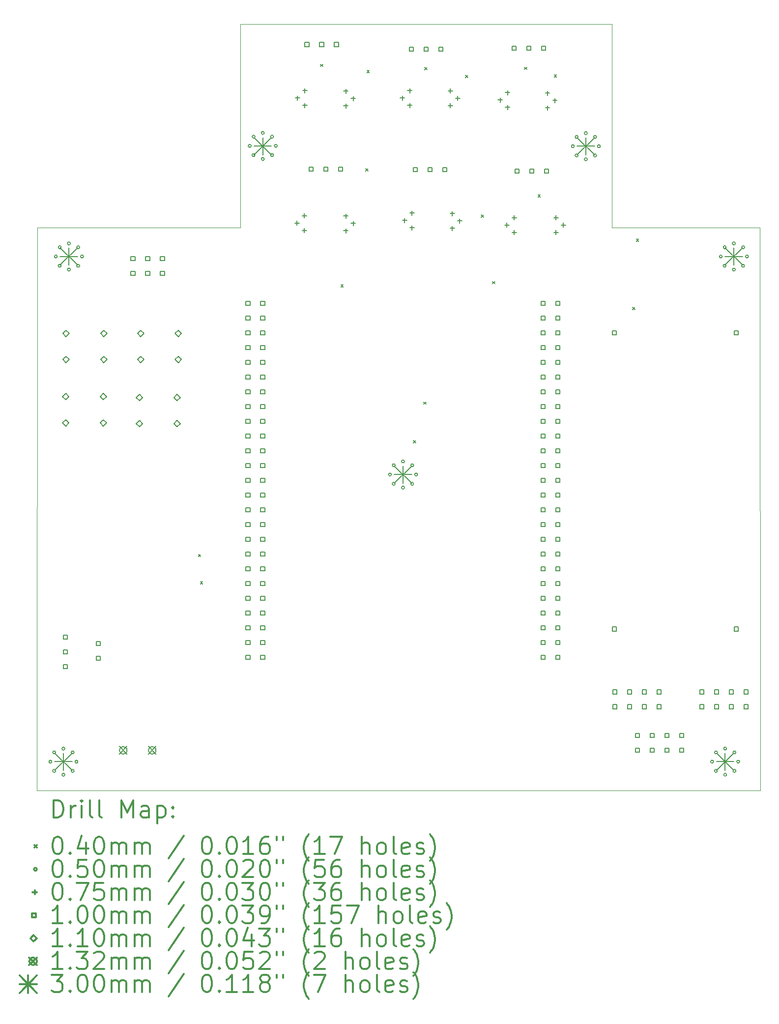
<source format=gbr>
%FSLAX45Y45*%
G04 Gerber Fmt 4.5, Leading zero omitted, Abs format (unit mm)*
G04 Created by KiCad (PCBNEW (5.1.2)-2) date 2021-07-04 15:23:22*
%MOMM*%
%LPD*%
G04 APERTURE LIST*
%ADD10C,0.050000*%
%ADD11C,0.200000*%
%ADD12C,0.300000*%
G04 APERTURE END LIST*
D10*
X2855000Y-6000000D02*
X6345000Y-6000000D01*
X2845000Y-15695000D02*
X2855000Y-6000000D01*
X15305000Y-15695000D02*
X2845000Y-15695000D01*
X15300000Y-6000000D02*
X15305000Y-15695000D01*
X12750000Y-6000000D02*
X15300000Y-6000000D01*
X12750000Y-2500000D02*
X12750000Y-6000000D01*
X6345000Y-2500000D02*
X12750000Y-2500000D01*
X6345000Y-6000000D02*
X6345000Y-2500000D01*
D11*
X5625000Y-11630000D02*
X5665000Y-11670000D01*
X5665000Y-11630000D02*
X5625000Y-11670000D01*
X5660000Y-12100000D02*
X5700000Y-12140000D01*
X5700000Y-12100000D02*
X5660000Y-12140000D01*
X7729000Y-3189000D02*
X7769000Y-3229000D01*
X7769000Y-3189000D02*
X7729000Y-3229000D01*
X8081250Y-6988750D02*
X8121250Y-7028750D01*
X8121250Y-6988750D02*
X8081250Y-7028750D01*
X8510000Y-4990000D02*
X8550000Y-5030000D01*
X8550000Y-4990000D02*
X8510000Y-5030000D01*
X8530000Y-3295000D02*
X8570000Y-3335000D01*
X8570000Y-3295000D02*
X8530000Y-3335000D01*
X9330000Y-9670000D02*
X9370000Y-9710000D01*
X9370000Y-9670000D02*
X9330000Y-9710000D01*
X9505000Y-9005000D02*
X9545000Y-9045000D01*
X9545000Y-9005000D02*
X9505000Y-9045000D01*
X9525000Y-3245000D02*
X9565000Y-3285000D01*
X9565000Y-3245000D02*
X9525000Y-3285000D01*
X10230000Y-3380000D02*
X10270000Y-3420000D01*
X10270000Y-3380000D02*
X10230000Y-3420000D01*
X10495000Y-5785000D02*
X10535000Y-5825000D01*
X10535000Y-5785000D02*
X10495000Y-5825000D01*
X10695000Y-6930000D02*
X10735000Y-6970000D01*
X10735000Y-6930000D02*
X10695000Y-6970000D01*
X11240000Y-3240000D02*
X11280000Y-3280000D01*
X11280000Y-3240000D02*
X11240000Y-3280000D01*
X11475000Y-5435000D02*
X11515000Y-5475000D01*
X11515000Y-5435000D02*
X11475000Y-5475000D01*
X11755000Y-3370000D02*
X11795000Y-3410000D01*
X11795000Y-3370000D02*
X11755000Y-3410000D01*
X13105000Y-7375000D02*
X13145000Y-7415000D01*
X13145000Y-7375000D02*
X13105000Y-7415000D01*
X13170000Y-6200000D02*
X13210000Y-6240000D01*
X13210000Y-6200000D02*
X13170000Y-6240000D01*
X8950000Y-10255000D02*
G75*
G03X8950000Y-10255000I-25000J0D01*
G01*
X9015901Y-10095901D02*
G75*
G03X9015901Y-10095901I-25000J0D01*
G01*
X9015901Y-10414099D02*
G75*
G03X9015901Y-10414099I-25000J0D01*
G01*
X9175000Y-10030000D02*
G75*
G03X9175000Y-10030000I-25000J0D01*
G01*
X9175000Y-10480000D02*
G75*
G03X9175000Y-10480000I-25000J0D01*
G01*
X9334099Y-10095901D02*
G75*
G03X9334099Y-10095901I-25000J0D01*
G01*
X9334099Y-10414099D02*
G75*
G03X9334099Y-10414099I-25000J0D01*
G01*
X9400000Y-10255000D02*
G75*
G03X9400000Y-10255000I-25000J0D01*
G01*
X14500000Y-15200000D02*
G75*
G03X14500000Y-15200000I-25000J0D01*
G01*
X14565901Y-15040901D02*
G75*
G03X14565901Y-15040901I-25000J0D01*
G01*
X14565901Y-15359099D02*
G75*
G03X14565901Y-15359099I-25000J0D01*
G01*
X14725000Y-14975000D02*
G75*
G03X14725000Y-14975000I-25000J0D01*
G01*
X14725000Y-15425000D02*
G75*
G03X14725000Y-15425000I-25000J0D01*
G01*
X14884099Y-15040901D02*
G75*
G03X14884099Y-15040901I-25000J0D01*
G01*
X14884099Y-15359099D02*
G75*
G03X14884099Y-15359099I-25000J0D01*
G01*
X14950000Y-15200000D02*
G75*
G03X14950000Y-15200000I-25000J0D01*
G01*
X3195000Y-6500000D02*
G75*
G03X3195000Y-6500000I-25000J0D01*
G01*
X3260901Y-6340901D02*
G75*
G03X3260901Y-6340901I-25000J0D01*
G01*
X3260901Y-6659099D02*
G75*
G03X3260901Y-6659099I-25000J0D01*
G01*
X3420000Y-6275000D02*
G75*
G03X3420000Y-6275000I-25000J0D01*
G01*
X3420000Y-6725000D02*
G75*
G03X3420000Y-6725000I-25000J0D01*
G01*
X3579099Y-6340901D02*
G75*
G03X3579099Y-6340901I-25000J0D01*
G01*
X3579099Y-6659099D02*
G75*
G03X3579099Y-6659099I-25000J0D01*
G01*
X3645000Y-6500000D02*
G75*
G03X3645000Y-6500000I-25000J0D01*
G01*
X6535000Y-4595000D02*
G75*
G03X6535000Y-4595000I-25000J0D01*
G01*
X6600901Y-4435901D02*
G75*
G03X6600901Y-4435901I-25000J0D01*
G01*
X6600901Y-4754099D02*
G75*
G03X6600901Y-4754099I-25000J0D01*
G01*
X6760000Y-4370000D02*
G75*
G03X6760000Y-4370000I-25000J0D01*
G01*
X6760000Y-4820000D02*
G75*
G03X6760000Y-4820000I-25000J0D01*
G01*
X6919099Y-4435901D02*
G75*
G03X6919099Y-4435901I-25000J0D01*
G01*
X6919099Y-4754099D02*
G75*
G03X6919099Y-4754099I-25000J0D01*
G01*
X6985000Y-4595000D02*
G75*
G03X6985000Y-4595000I-25000J0D01*
G01*
X12100000Y-4600000D02*
G75*
G03X12100000Y-4600000I-25000J0D01*
G01*
X12165901Y-4440901D02*
G75*
G03X12165901Y-4440901I-25000J0D01*
G01*
X12165901Y-4759099D02*
G75*
G03X12165901Y-4759099I-25000J0D01*
G01*
X12325000Y-4375000D02*
G75*
G03X12325000Y-4375000I-25000J0D01*
G01*
X12325000Y-4825000D02*
G75*
G03X12325000Y-4825000I-25000J0D01*
G01*
X12484099Y-4440901D02*
G75*
G03X12484099Y-4440901I-25000J0D01*
G01*
X12484099Y-4759099D02*
G75*
G03X12484099Y-4759099I-25000J0D01*
G01*
X12550000Y-4600000D02*
G75*
G03X12550000Y-4600000I-25000J0D01*
G01*
X3100000Y-15200000D02*
G75*
G03X3100000Y-15200000I-25000J0D01*
G01*
X3165901Y-15040901D02*
G75*
G03X3165901Y-15040901I-25000J0D01*
G01*
X3165901Y-15359099D02*
G75*
G03X3165901Y-15359099I-25000J0D01*
G01*
X3325000Y-14975000D02*
G75*
G03X3325000Y-14975000I-25000J0D01*
G01*
X3325000Y-15425000D02*
G75*
G03X3325000Y-15425000I-25000J0D01*
G01*
X3484099Y-15040901D02*
G75*
G03X3484099Y-15040901I-25000J0D01*
G01*
X3484099Y-15359099D02*
G75*
G03X3484099Y-15359099I-25000J0D01*
G01*
X3550000Y-15200000D02*
G75*
G03X3550000Y-15200000I-25000J0D01*
G01*
X14650000Y-6500000D02*
G75*
G03X14650000Y-6500000I-25000J0D01*
G01*
X14715901Y-6340901D02*
G75*
G03X14715901Y-6340901I-25000J0D01*
G01*
X14715901Y-6659099D02*
G75*
G03X14715901Y-6659099I-25000J0D01*
G01*
X14875000Y-6275000D02*
G75*
G03X14875000Y-6275000I-25000J0D01*
G01*
X14875000Y-6725000D02*
G75*
G03X14875000Y-6725000I-25000J0D01*
G01*
X15034099Y-6340901D02*
G75*
G03X15034099Y-6340901I-25000J0D01*
G01*
X15034099Y-6659099D02*
G75*
G03X15034099Y-6659099I-25000J0D01*
G01*
X15100000Y-6500000D02*
G75*
G03X15100000Y-6500000I-25000J0D01*
G01*
X7333000Y-3730500D02*
X7333000Y-3805500D01*
X7295500Y-3768000D02*
X7370500Y-3768000D01*
X7460000Y-3603500D02*
X7460000Y-3678500D01*
X7422500Y-3641000D02*
X7497500Y-3641000D01*
X7460000Y-3857500D02*
X7460000Y-3932500D01*
X7422500Y-3895000D02*
X7497500Y-3895000D01*
X11640000Y-3647500D02*
X11640000Y-3722500D01*
X11602500Y-3685000D02*
X11677500Y-3685000D01*
X11640000Y-3901500D02*
X11640000Y-3976500D01*
X11602500Y-3939000D02*
X11677500Y-3939000D01*
X11767000Y-3774500D02*
X11767000Y-3849500D01*
X11729500Y-3812000D02*
X11804500Y-3812000D01*
X10823000Y-3765500D02*
X10823000Y-3840500D01*
X10785500Y-3803000D02*
X10860500Y-3803000D01*
X10950000Y-3638500D02*
X10950000Y-3713500D01*
X10912500Y-3676000D02*
X10987500Y-3676000D01*
X10950000Y-3892500D02*
X10950000Y-3967500D01*
X10912500Y-3930000D02*
X10987500Y-3930000D01*
X8165000Y-5762500D02*
X8165000Y-5837500D01*
X8127500Y-5800000D02*
X8202500Y-5800000D01*
X8165000Y-6016500D02*
X8165000Y-6091500D01*
X8127500Y-6054000D02*
X8202500Y-6054000D01*
X8292000Y-5889500D02*
X8292000Y-5964500D01*
X8254500Y-5927000D02*
X8329500Y-5927000D01*
X9965000Y-3607500D02*
X9965000Y-3682500D01*
X9927500Y-3645000D02*
X10002500Y-3645000D01*
X9965000Y-3861500D02*
X9965000Y-3936500D01*
X9927500Y-3899000D02*
X10002500Y-3899000D01*
X10092000Y-3734500D02*
X10092000Y-3809500D01*
X10054500Y-3772000D02*
X10129500Y-3772000D01*
X10938000Y-5920500D02*
X10938000Y-5995500D01*
X10900500Y-5958000D02*
X10975500Y-5958000D01*
X11065000Y-5793500D02*
X11065000Y-5868500D01*
X11027500Y-5831000D02*
X11102500Y-5831000D01*
X11065000Y-6047500D02*
X11065000Y-6122500D01*
X11027500Y-6085000D02*
X11102500Y-6085000D01*
X9178000Y-5840500D02*
X9178000Y-5915500D01*
X9140500Y-5878000D02*
X9215500Y-5878000D01*
X9305000Y-5713500D02*
X9305000Y-5788500D01*
X9267500Y-5751000D02*
X9342500Y-5751000D01*
X9305000Y-5967500D02*
X9305000Y-6042500D01*
X9267500Y-6005000D02*
X9342500Y-6005000D01*
X11785000Y-5792500D02*
X11785000Y-5867500D01*
X11747500Y-5830000D02*
X11822500Y-5830000D01*
X11785000Y-6046500D02*
X11785000Y-6121500D01*
X11747500Y-6084000D02*
X11822500Y-6084000D01*
X11912000Y-5919500D02*
X11912000Y-5994500D01*
X11874500Y-5957000D02*
X11949500Y-5957000D01*
X9138000Y-3730500D02*
X9138000Y-3805500D01*
X9100500Y-3768000D02*
X9175500Y-3768000D01*
X9265000Y-3603500D02*
X9265000Y-3678500D01*
X9227500Y-3641000D02*
X9302500Y-3641000D01*
X9265000Y-3857500D02*
X9265000Y-3932500D01*
X9227500Y-3895000D02*
X9302500Y-3895000D01*
X10000000Y-5722500D02*
X10000000Y-5797500D01*
X9962500Y-5760000D02*
X10037500Y-5760000D01*
X10000000Y-5976500D02*
X10000000Y-6051500D01*
X9962500Y-6014000D02*
X10037500Y-6014000D01*
X10127000Y-5849500D02*
X10127000Y-5924500D01*
X10089500Y-5887000D02*
X10164500Y-5887000D01*
X8165000Y-3612500D02*
X8165000Y-3687500D01*
X8127500Y-3650000D02*
X8202500Y-3650000D01*
X8165000Y-3866500D02*
X8165000Y-3941500D01*
X8127500Y-3904000D02*
X8202500Y-3904000D01*
X8292000Y-3739500D02*
X8292000Y-3814500D01*
X8254500Y-3777000D02*
X8329500Y-3777000D01*
X7323000Y-5885500D02*
X7323000Y-5960500D01*
X7285500Y-5923000D02*
X7360500Y-5923000D01*
X7450000Y-5758500D02*
X7450000Y-5833500D01*
X7412500Y-5796000D02*
X7487500Y-5796000D01*
X7450000Y-6012500D02*
X7450000Y-6087500D01*
X7412500Y-6050000D02*
X7487500Y-6050000D01*
X11150356Y-5065356D02*
X11150356Y-4994644D01*
X11079644Y-4994644D01*
X11079644Y-5065356D01*
X11150356Y-5065356D01*
X11404356Y-5065356D02*
X11404356Y-4994644D01*
X11333644Y-4994644D01*
X11333644Y-5065356D01*
X11404356Y-5065356D01*
X11658356Y-5065356D02*
X11658356Y-4994644D01*
X11587644Y-4994644D01*
X11587644Y-5065356D01*
X11658356Y-5065356D01*
X11597356Y-7339356D02*
X11597356Y-7268644D01*
X11526644Y-7268644D01*
X11526644Y-7339356D01*
X11597356Y-7339356D01*
X11597356Y-7593356D02*
X11597356Y-7522644D01*
X11526644Y-7522644D01*
X11526644Y-7593356D01*
X11597356Y-7593356D01*
X11597356Y-7847356D02*
X11597356Y-7776644D01*
X11526644Y-7776644D01*
X11526644Y-7847356D01*
X11597356Y-7847356D01*
X11597356Y-8101356D02*
X11597356Y-8030644D01*
X11526644Y-8030644D01*
X11526644Y-8101356D01*
X11597356Y-8101356D01*
X11597356Y-8355356D02*
X11597356Y-8284644D01*
X11526644Y-8284644D01*
X11526644Y-8355356D01*
X11597356Y-8355356D01*
X11597356Y-8609356D02*
X11597356Y-8538644D01*
X11526644Y-8538644D01*
X11526644Y-8609356D01*
X11597356Y-8609356D01*
X11597356Y-8863356D02*
X11597356Y-8792644D01*
X11526644Y-8792644D01*
X11526644Y-8863356D01*
X11597356Y-8863356D01*
X11597356Y-9117356D02*
X11597356Y-9046644D01*
X11526644Y-9046644D01*
X11526644Y-9117356D01*
X11597356Y-9117356D01*
X11597356Y-9371356D02*
X11597356Y-9300644D01*
X11526644Y-9300644D01*
X11526644Y-9371356D01*
X11597356Y-9371356D01*
X11597356Y-9625356D02*
X11597356Y-9554644D01*
X11526644Y-9554644D01*
X11526644Y-9625356D01*
X11597356Y-9625356D01*
X11597356Y-9879356D02*
X11597356Y-9808644D01*
X11526644Y-9808644D01*
X11526644Y-9879356D01*
X11597356Y-9879356D01*
X11597356Y-10133356D02*
X11597356Y-10062644D01*
X11526644Y-10062644D01*
X11526644Y-10133356D01*
X11597356Y-10133356D01*
X11597356Y-10387356D02*
X11597356Y-10316644D01*
X11526644Y-10316644D01*
X11526644Y-10387356D01*
X11597356Y-10387356D01*
X11597356Y-10641356D02*
X11597356Y-10570644D01*
X11526644Y-10570644D01*
X11526644Y-10641356D01*
X11597356Y-10641356D01*
X11597356Y-10895356D02*
X11597356Y-10824644D01*
X11526644Y-10824644D01*
X11526644Y-10895356D01*
X11597356Y-10895356D01*
X11597356Y-11149356D02*
X11597356Y-11078644D01*
X11526644Y-11078644D01*
X11526644Y-11149356D01*
X11597356Y-11149356D01*
X11597356Y-11403356D02*
X11597356Y-11332644D01*
X11526644Y-11332644D01*
X11526644Y-11403356D01*
X11597356Y-11403356D01*
X11597356Y-11657356D02*
X11597356Y-11586644D01*
X11526644Y-11586644D01*
X11526644Y-11657356D01*
X11597356Y-11657356D01*
X11597356Y-11911356D02*
X11597356Y-11840644D01*
X11526644Y-11840644D01*
X11526644Y-11911356D01*
X11597356Y-11911356D01*
X11597356Y-12165356D02*
X11597356Y-12094644D01*
X11526644Y-12094644D01*
X11526644Y-12165356D01*
X11597356Y-12165356D01*
X11597356Y-12419356D02*
X11597356Y-12348644D01*
X11526644Y-12348644D01*
X11526644Y-12419356D01*
X11597356Y-12419356D01*
X11597356Y-12673356D02*
X11597356Y-12602644D01*
X11526644Y-12602644D01*
X11526644Y-12673356D01*
X11597356Y-12673356D01*
X11597356Y-12927356D02*
X11597356Y-12856644D01*
X11526644Y-12856644D01*
X11526644Y-12927356D01*
X11597356Y-12927356D01*
X11597356Y-13181356D02*
X11597356Y-13110644D01*
X11526644Y-13110644D01*
X11526644Y-13181356D01*
X11597356Y-13181356D01*
X11597356Y-13435356D02*
X11597356Y-13364644D01*
X11526644Y-13364644D01*
X11526644Y-13435356D01*
X11597356Y-13435356D01*
X11851356Y-7339356D02*
X11851356Y-7268644D01*
X11780644Y-7268644D01*
X11780644Y-7339356D01*
X11851356Y-7339356D01*
X11851356Y-7593356D02*
X11851356Y-7522644D01*
X11780644Y-7522644D01*
X11780644Y-7593356D01*
X11851356Y-7593356D01*
X11851356Y-7847356D02*
X11851356Y-7776644D01*
X11780644Y-7776644D01*
X11780644Y-7847356D01*
X11851356Y-7847356D01*
X11851356Y-8101356D02*
X11851356Y-8030644D01*
X11780644Y-8030644D01*
X11780644Y-8101356D01*
X11851356Y-8101356D01*
X11851356Y-8355356D02*
X11851356Y-8284644D01*
X11780644Y-8284644D01*
X11780644Y-8355356D01*
X11851356Y-8355356D01*
X11851356Y-8609356D02*
X11851356Y-8538644D01*
X11780644Y-8538644D01*
X11780644Y-8609356D01*
X11851356Y-8609356D01*
X11851356Y-8863356D02*
X11851356Y-8792644D01*
X11780644Y-8792644D01*
X11780644Y-8863356D01*
X11851356Y-8863356D01*
X11851356Y-9117356D02*
X11851356Y-9046644D01*
X11780644Y-9046644D01*
X11780644Y-9117356D01*
X11851356Y-9117356D01*
X11851356Y-9371356D02*
X11851356Y-9300644D01*
X11780644Y-9300644D01*
X11780644Y-9371356D01*
X11851356Y-9371356D01*
X11851356Y-9625356D02*
X11851356Y-9554644D01*
X11780644Y-9554644D01*
X11780644Y-9625356D01*
X11851356Y-9625356D01*
X11851356Y-9879356D02*
X11851356Y-9808644D01*
X11780644Y-9808644D01*
X11780644Y-9879356D01*
X11851356Y-9879356D01*
X11851356Y-10133356D02*
X11851356Y-10062644D01*
X11780644Y-10062644D01*
X11780644Y-10133356D01*
X11851356Y-10133356D01*
X11851356Y-10387356D02*
X11851356Y-10316644D01*
X11780644Y-10316644D01*
X11780644Y-10387356D01*
X11851356Y-10387356D01*
X11851356Y-10641356D02*
X11851356Y-10570644D01*
X11780644Y-10570644D01*
X11780644Y-10641356D01*
X11851356Y-10641356D01*
X11851356Y-10895356D02*
X11851356Y-10824644D01*
X11780644Y-10824644D01*
X11780644Y-10895356D01*
X11851356Y-10895356D01*
X11851356Y-11149356D02*
X11851356Y-11078644D01*
X11780644Y-11078644D01*
X11780644Y-11149356D01*
X11851356Y-11149356D01*
X11851356Y-11403356D02*
X11851356Y-11332644D01*
X11780644Y-11332644D01*
X11780644Y-11403356D01*
X11851356Y-11403356D01*
X11851356Y-11657356D02*
X11851356Y-11586644D01*
X11780644Y-11586644D01*
X11780644Y-11657356D01*
X11851356Y-11657356D01*
X11851356Y-11911356D02*
X11851356Y-11840644D01*
X11780644Y-11840644D01*
X11780644Y-11911356D01*
X11851356Y-11911356D01*
X11851356Y-12165356D02*
X11851356Y-12094644D01*
X11780644Y-12094644D01*
X11780644Y-12165356D01*
X11851356Y-12165356D01*
X11851356Y-12419356D02*
X11851356Y-12348644D01*
X11780644Y-12348644D01*
X11780644Y-12419356D01*
X11851356Y-12419356D01*
X11851356Y-12673356D02*
X11851356Y-12602644D01*
X11780644Y-12602644D01*
X11780644Y-12673356D01*
X11851356Y-12673356D01*
X11851356Y-12927356D02*
X11851356Y-12856644D01*
X11780644Y-12856644D01*
X11780644Y-12927356D01*
X11851356Y-12927356D01*
X11851356Y-13181356D02*
X11851356Y-13110644D01*
X11780644Y-13110644D01*
X11780644Y-13181356D01*
X11851356Y-13181356D01*
X11851356Y-13435356D02*
X11851356Y-13364644D01*
X11780644Y-13364644D01*
X11780644Y-13435356D01*
X11851356Y-13435356D01*
X12835356Y-14035356D02*
X12835356Y-13964644D01*
X12764644Y-13964644D01*
X12764644Y-14035356D01*
X12835356Y-14035356D01*
X12835356Y-14289356D02*
X12835356Y-14218644D01*
X12764644Y-14218644D01*
X12764644Y-14289356D01*
X12835356Y-14289356D01*
X13089356Y-14035356D02*
X13089356Y-13964644D01*
X13018644Y-13964644D01*
X13018644Y-14035356D01*
X13089356Y-14035356D01*
X13089356Y-14289356D02*
X13089356Y-14218644D01*
X13018644Y-14218644D01*
X13018644Y-14289356D01*
X13089356Y-14289356D01*
X13343356Y-14035356D02*
X13343356Y-13964644D01*
X13272644Y-13964644D01*
X13272644Y-14035356D01*
X13343356Y-14035356D01*
X13343356Y-14289356D02*
X13343356Y-14218644D01*
X13272644Y-14218644D01*
X13272644Y-14289356D01*
X13343356Y-14289356D01*
X13597356Y-14035356D02*
X13597356Y-13964644D01*
X13526644Y-13964644D01*
X13526644Y-14035356D01*
X13597356Y-14035356D01*
X13597356Y-14289356D02*
X13597356Y-14218644D01*
X13526644Y-14218644D01*
X13526644Y-14289356D01*
X13597356Y-14289356D01*
X9330356Y-2965356D02*
X9330356Y-2894644D01*
X9259644Y-2894644D01*
X9259644Y-2965356D01*
X9330356Y-2965356D01*
X9584356Y-2965356D02*
X9584356Y-2894644D01*
X9513644Y-2894644D01*
X9513644Y-2965356D01*
X9584356Y-2965356D01*
X9838356Y-2965356D02*
X9838356Y-2894644D01*
X9767644Y-2894644D01*
X9767644Y-2965356D01*
X9838356Y-2965356D01*
X14335356Y-14035356D02*
X14335356Y-13964644D01*
X14264644Y-13964644D01*
X14264644Y-14035356D01*
X14335356Y-14035356D01*
X14335356Y-14289356D02*
X14335356Y-14218644D01*
X14264644Y-14218644D01*
X14264644Y-14289356D01*
X14335356Y-14289356D01*
X14589356Y-14035356D02*
X14589356Y-13964644D01*
X14518644Y-13964644D01*
X14518644Y-14035356D01*
X14589356Y-14035356D01*
X14589356Y-14289356D02*
X14589356Y-14218644D01*
X14518644Y-14218644D01*
X14518644Y-14289356D01*
X14589356Y-14289356D01*
X14843356Y-14035356D02*
X14843356Y-13964644D01*
X14772644Y-13964644D01*
X14772644Y-14035356D01*
X14843356Y-14035356D01*
X14843356Y-14289356D02*
X14843356Y-14218644D01*
X14772644Y-14218644D01*
X14772644Y-14289356D01*
X14843356Y-14289356D01*
X15097356Y-14035356D02*
X15097356Y-13964644D01*
X15026644Y-13964644D01*
X15026644Y-14035356D01*
X15097356Y-14035356D01*
X15097356Y-14289356D02*
X15097356Y-14218644D01*
X15026644Y-14218644D01*
X15026644Y-14289356D01*
X15097356Y-14289356D01*
X13223356Y-14781356D02*
X13223356Y-14710644D01*
X13152644Y-14710644D01*
X13152644Y-14781356D01*
X13223356Y-14781356D01*
X13223356Y-15035356D02*
X13223356Y-14964644D01*
X13152644Y-14964644D01*
X13152644Y-15035356D01*
X13223356Y-15035356D01*
X13477356Y-14781356D02*
X13477356Y-14710644D01*
X13406644Y-14710644D01*
X13406644Y-14781356D01*
X13477356Y-14781356D01*
X13477356Y-15035356D02*
X13477356Y-14964644D01*
X13406644Y-14964644D01*
X13406644Y-15035356D01*
X13477356Y-15035356D01*
X13731356Y-14781356D02*
X13731356Y-14710644D01*
X13660644Y-14710644D01*
X13660644Y-14781356D01*
X13731356Y-14781356D01*
X13731356Y-15035356D02*
X13731356Y-14964644D01*
X13660644Y-14964644D01*
X13660644Y-15035356D01*
X13731356Y-15035356D01*
X13985356Y-14781356D02*
X13985356Y-14710644D01*
X13914644Y-14710644D01*
X13914644Y-14781356D01*
X13985356Y-14781356D01*
X13985356Y-15035356D02*
X13985356Y-14964644D01*
X13914644Y-14964644D01*
X13914644Y-15035356D01*
X13985356Y-15035356D01*
X3935356Y-13201356D02*
X3935356Y-13130644D01*
X3864644Y-13130644D01*
X3864644Y-13201356D01*
X3935356Y-13201356D01*
X3935356Y-13455356D02*
X3935356Y-13384644D01*
X3864644Y-13384644D01*
X3864644Y-13455356D01*
X3935356Y-13455356D01*
X14925356Y-12950356D02*
X14925356Y-12879644D01*
X14854644Y-12879644D01*
X14854644Y-12950356D01*
X14925356Y-12950356D01*
X7530356Y-2885356D02*
X7530356Y-2814644D01*
X7459644Y-2814644D01*
X7459644Y-2885356D01*
X7530356Y-2885356D01*
X7784356Y-2885356D02*
X7784356Y-2814644D01*
X7713644Y-2814644D01*
X7713644Y-2885356D01*
X7784356Y-2885356D01*
X8038356Y-2885356D02*
X8038356Y-2814644D01*
X7967644Y-2814644D01*
X7967644Y-2885356D01*
X8038356Y-2885356D01*
X12825356Y-7850356D02*
X12825356Y-7779644D01*
X12754644Y-7779644D01*
X12754644Y-7850356D01*
X12825356Y-7850356D01*
X4532356Y-6570356D02*
X4532356Y-6499644D01*
X4461644Y-6499644D01*
X4461644Y-6570356D01*
X4532356Y-6570356D01*
X4532356Y-6824356D02*
X4532356Y-6753644D01*
X4461644Y-6753644D01*
X4461644Y-6824356D01*
X4532356Y-6824356D01*
X4786356Y-6570356D02*
X4786356Y-6499644D01*
X4715644Y-6499644D01*
X4715644Y-6570356D01*
X4786356Y-6570356D01*
X4786356Y-6824356D02*
X4786356Y-6753644D01*
X4715644Y-6753644D01*
X4715644Y-6824356D01*
X4786356Y-6824356D01*
X5040356Y-6570356D02*
X5040356Y-6499644D01*
X4969644Y-6499644D01*
X4969644Y-6570356D01*
X5040356Y-6570356D01*
X5040356Y-6824356D02*
X5040356Y-6753644D01*
X4969644Y-6753644D01*
X4969644Y-6824356D01*
X5040356Y-6824356D01*
X14925356Y-7850356D02*
X14925356Y-7779644D01*
X14854644Y-7779644D01*
X14854644Y-7850356D01*
X14925356Y-7850356D01*
X3370356Y-13090356D02*
X3370356Y-13019644D01*
X3299644Y-13019644D01*
X3299644Y-13090356D01*
X3370356Y-13090356D01*
X3370356Y-13344356D02*
X3370356Y-13273644D01*
X3299644Y-13273644D01*
X3299644Y-13344356D01*
X3370356Y-13344356D01*
X3370356Y-13598356D02*
X3370356Y-13527644D01*
X3299644Y-13527644D01*
X3299644Y-13598356D01*
X3370356Y-13598356D01*
X7605356Y-5030356D02*
X7605356Y-4959644D01*
X7534644Y-4959644D01*
X7534644Y-5030356D01*
X7605356Y-5030356D01*
X7859356Y-5030356D02*
X7859356Y-4959644D01*
X7788644Y-4959644D01*
X7788644Y-5030356D01*
X7859356Y-5030356D01*
X8113356Y-5030356D02*
X8113356Y-4959644D01*
X8042644Y-4959644D01*
X8042644Y-5030356D01*
X8113356Y-5030356D01*
X9400356Y-5040356D02*
X9400356Y-4969644D01*
X9329644Y-4969644D01*
X9329644Y-5040356D01*
X9400356Y-5040356D01*
X9654356Y-5040356D02*
X9654356Y-4969644D01*
X9583644Y-4969644D01*
X9583644Y-5040356D01*
X9654356Y-5040356D01*
X9908356Y-5040356D02*
X9908356Y-4969644D01*
X9837644Y-4969644D01*
X9837644Y-5040356D01*
X9908356Y-5040356D01*
X6515356Y-7339356D02*
X6515356Y-7268644D01*
X6444644Y-7268644D01*
X6444644Y-7339356D01*
X6515356Y-7339356D01*
X6515356Y-7593356D02*
X6515356Y-7522644D01*
X6444644Y-7522644D01*
X6444644Y-7593356D01*
X6515356Y-7593356D01*
X6515356Y-7847356D02*
X6515356Y-7776644D01*
X6444644Y-7776644D01*
X6444644Y-7847356D01*
X6515356Y-7847356D01*
X6515356Y-8101356D02*
X6515356Y-8030644D01*
X6444644Y-8030644D01*
X6444644Y-8101356D01*
X6515356Y-8101356D01*
X6515356Y-8355356D02*
X6515356Y-8284644D01*
X6444644Y-8284644D01*
X6444644Y-8355356D01*
X6515356Y-8355356D01*
X6515356Y-8609356D02*
X6515356Y-8538644D01*
X6444644Y-8538644D01*
X6444644Y-8609356D01*
X6515356Y-8609356D01*
X6515356Y-8863356D02*
X6515356Y-8792644D01*
X6444644Y-8792644D01*
X6444644Y-8863356D01*
X6515356Y-8863356D01*
X6515356Y-9117356D02*
X6515356Y-9046644D01*
X6444644Y-9046644D01*
X6444644Y-9117356D01*
X6515356Y-9117356D01*
X6515356Y-9371356D02*
X6515356Y-9300644D01*
X6444644Y-9300644D01*
X6444644Y-9371356D01*
X6515356Y-9371356D01*
X6515356Y-9625356D02*
X6515356Y-9554644D01*
X6444644Y-9554644D01*
X6444644Y-9625356D01*
X6515356Y-9625356D01*
X6515356Y-9879356D02*
X6515356Y-9808644D01*
X6444644Y-9808644D01*
X6444644Y-9879356D01*
X6515356Y-9879356D01*
X6515356Y-10133356D02*
X6515356Y-10062644D01*
X6444644Y-10062644D01*
X6444644Y-10133356D01*
X6515356Y-10133356D01*
X6515356Y-10387356D02*
X6515356Y-10316644D01*
X6444644Y-10316644D01*
X6444644Y-10387356D01*
X6515356Y-10387356D01*
X6515356Y-10641356D02*
X6515356Y-10570644D01*
X6444644Y-10570644D01*
X6444644Y-10641356D01*
X6515356Y-10641356D01*
X6515356Y-10895356D02*
X6515356Y-10824644D01*
X6444644Y-10824644D01*
X6444644Y-10895356D01*
X6515356Y-10895356D01*
X6515356Y-11149356D02*
X6515356Y-11078644D01*
X6444644Y-11078644D01*
X6444644Y-11149356D01*
X6515356Y-11149356D01*
X6515356Y-11403356D02*
X6515356Y-11332644D01*
X6444644Y-11332644D01*
X6444644Y-11403356D01*
X6515356Y-11403356D01*
X6515356Y-11657356D02*
X6515356Y-11586644D01*
X6444644Y-11586644D01*
X6444644Y-11657356D01*
X6515356Y-11657356D01*
X6515356Y-11911356D02*
X6515356Y-11840644D01*
X6444644Y-11840644D01*
X6444644Y-11911356D01*
X6515356Y-11911356D01*
X6515356Y-12165356D02*
X6515356Y-12094644D01*
X6444644Y-12094644D01*
X6444644Y-12165356D01*
X6515356Y-12165356D01*
X6515356Y-12419356D02*
X6515356Y-12348644D01*
X6444644Y-12348644D01*
X6444644Y-12419356D01*
X6515356Y-12419356D01*
X6515356Y-12673356D02*
X6515356Y-12602644D01*
X6444644Y-12602644D01*
X6444644Y-12673356D01*
X6515356Y-12673356D01*
X6515356Y-12927356D02*
X6515356Y-12856644D01*
X6444644Y-12856644D01*
X6444644Y-12927356D01*
X6515356Y-12927356D01*
X6515356Y-13181356D02*
X6515356Y-13110644D01*
X6444644Y-13110644D01*
X6444644Y-13181356D01*
X6515356Y-13181356D01*
X6515356Y-13435356D02*
X6515356Y-13364644D01*
X6444644Y-13364644D01*
X6444644Y-13435356D01*
X6515356Y-13435356D01*
X6769356Y-7339356D02*
X6769356Y-7268644D01*
X6698644Y-7268644D01*
X6698644Y-7339356D01*
X6769356Y-7339356D01*
X6769356Y-7593356D02*
X6769356Y-7522644D01*
X6698644Y-7522644D01*
X6698644Y-7593356D01*
X6769356Y-7593356D01*
X6769356Y-7847356D02*
X6769356Y-7776644D01*
X6698644Y-7776644D01*
X6698644Y-7847356D01*
X6769356Y-7847356D01*
X6769356Y-8101356D02*
X6769356Y-8030644D01*
X6698644Y-8030644D01*
X6698644Y-8101356D01*
X6769356Y-8101356D01*
X6769356Y-8355356D02*
X6769356Y-8284644D01*
X6698644Y-8284644D01*
X6698644Y-8355356D01*
X6769356Y-8355356D01*
X6769356Y-8609356D02*
X6769356Y-8538644D01*
X6698644Y-8538644D01*
X6698644Y-8609356D01*
X6769356Y-8609356D01*
X6769356Y-8863356D02*
X6769356Y-8792644D01*
X6698644Y-8792644D01*
X6698644Y-8863356D01*
X6769356Y-8863356D01*
X6769356Y-9117356D02*
X6769356Y-9046644D01*
X6698644Y-9046644D01*
X6698644Y-9117356D01*
X6769356Y-9117356D01*
X6769356Y-9371356D02*
X6769356Y-9300644D01*
X6698644Y-9300644D01*
X6698644Y-9371356D01*
X6769356Y-9371356D01*
X6769356Y-9625356D02*
X6769356Y-9554644D01*
X6698644Y-9554644D01*
X6698644Y-9625356D01*
X6769356Y-9625356D01*
X6769356Y-9879356D02*
X6769356Y-9808644D01*
X6698644Y-9808644D01*
X6698644Y-9879356D01*
X6769356Y-9879356D01*
X6769356Y-10133356D02*
X6769356Y-10062644D01*
X6698644Y-10062644D01*
X6698644Y-10133356D01*
X6769356Y-10133356D01*
X6769356Y-10387356D02*
X6769356Y-10316644D01*
X6698644Y-10316644D01*
X6698644Y-10387356D01*
X6769356Y-10387356D01*
X6769356Y-10641356D02*
X6769356Y-10570644D01*
X6698644Y-10570644D01*
X6698644Y-10641356D01*
X6769356Y-10641356D01*
X6769356Y-10895356D02*
X6769356Y-10824644D01*
X6698644Y-10824644D01*
X6698644Y-10895356D01*
X6769356Y-10895356D01*
X6769356Y-11149356D02*
X6769356Y-11078644D01*
X6698644Y-11078644D01*
X6698644Y-11149356D01*
X6769356Y-11149356D01*
X6769356Y-11403356D02*
X6769356Y-11332644D01*
X6698644Y-11332644D01*
X6698644Y-11403356D01*
X6769356Y-11403356D01*
X6769356Y-11657356D02*
X6769356Y-11586644D01*
X6698644Y-11586644D01*
X6698644Y-11657356D01*
X6769356Y-11657356D01*
X6769356Y-11911356D02*
X6769356Y-11840644D01*
X6698644Y-11840644D01*
X6698644Y-11911356D01*
X6769356Y-11911356D01*
X6769356Y-12165356D02*
X6769356Y-12094644D01*
X6698644Y-12094644D01*
X6698644Y-12165356D01*
X6769356Y-12165356D01*
X6769356Y-12419356D02*
X6769356Y-12348644D01*
X6698644Y-12348644D01*
X6698644Y-12419356D01*
X6769356Y-12419356D01*
X6769356Y-12673356D02*
X6769356Y-12602644D01*
X6698644Y-12602644D01*
X6698644Y-12673356D01*
X6769356Y-12673356D01*
X6769356Y-12927356D02*
X6769356Y-12856644D01*
X6698644Y-12856644D01*
X6698644Y-12927356D01*
X6769356Y-12927356D01*
X6769356Y-13181356D02*
X6769356Y-13110644D01*
X6698644Y-13110644D01*
X6698644Y-13181356D01*
X6769356Y-13181356D01*
X6769356Y-13435356D02*
X6769356Y-13364644D01*
X6698644Y-13364644D01*
X6698644Y-13435356D01*
X6769356Y-13435356D01*
X11100356Y-2945356D02*
X11100356Y-2874644D01*
X11029644Y-2874644D01*
X11029644Y-2945356D01*
X11100356Y-2945356D01*
X11354356Y-2945356D02*
X11354356Y-2874644D01*
X11283644Y-2874644D01*
X11283644Y-2945356D01*
X11354356Y-2945356D01*
X11608356Y-2945356D02*
X11608356Y-2874644D01*
X11537644Y-2874644D01*
X11537644Y-2945356D01*
X11608356Y-2945356D01*
X12825356Y-12950356D02*
X12825356Y-12879644D01*
X12754644Y-12879644D01*
X12754644Y-12950356D01*
X12825356Y-12950356D01*
X4610000Y-8985000D02*
X4665000Y-8930000D01*
X4610000Y-8875000D01*
X4555000Y-8930000D01*
X4610000Y-8985000D01*
X4610000Y-9435000D02*
X4665000Y-9380000D01*
X4610000Y-9325000D01*
X4555000Y-9380000D01*
X4610000Y-9435000D01*
X5260000Y-8985000D02*
X5315000Y-8930000D01*
X5260000Y-8875000D01*
X5205000Y-8930000D01*
X5260000Y-8985000D01*
X5260000Y-9435000D02*
X5315000Y-9380000D01*
X5260000Y-9325000D01*
X5205000Y-9380000D01*
X5260000Y-9435000D01*
X3345000Y-7880000D02*
X3400000Y-7825000D01*
X3345000Y-7770000D01*
X3290000Y-7825000D01*
X3345000Y-7880000D01*
X3345000Y-8330000D02*
X3400000Y-8275000D01*
X3345000Y-8220000D01*
X3290000Y-8275000D01*
X3345000Y-8330000D01*
X3995000Y-7880000D02*
X4050000Y-7825000D01*
X3995000Y-7770000D01*
X3940000Y-7825000D01*
X3995000Y-7880000D01*
X3995000Y-8330000D02*
X4050000Y-8275000D01*
X3995000Y-8220000D01*
X3940000Y-8275000D01*
X3995000Y-8330000D01*
X4630000Y-7880000D02*
X4685000Y-7825000D01*
X4630000Y-7770000D01*
X4575000Y-7825000D01*
X4630000Y-7880000D01*
X4630000Y-8330000D02*
X4685000Y-8275000D01*
X4630000Y-8220000D01*
X4575000Y-8275000D01*
X4630000Y-8330000D01*
X5280000Y-7880000D02*
X5335000Y-7825000D01*
X5280000Y-7770000D01*
X5225000Y-7825000D01*
X5280000Y-7880000D01*
X5280000Y-8330000D02*
X5335000Y-8275000D01*
X5280000Y-8220000D01*
X5225000Y-8275000D01*
X5280000Y-8330000D01*
X3340000Y-8970000D02*
X3395000Y-8915000D01*
X3340000Y-8860000D01*
X3285000Y-8915000D01*
X3340000Y-8970000D01*
X3340000Y-9420000D02*
X3395000Y-9365000D01*
X3340000Y-9310000D01*
X3285000Y-9365000D01*
X3340000Y-9420000D01*
X3990000Y-8970000D02*
X4045000Y-8915000D01*
X3990000Y-8860000D01*
X3935000Y-8915000D01*
X3990000Y-8970000D01*
X3990000Y-9420000D02*
X4045000Y-9365000D01*
X3990000Y-9310000D01*
X3935000Y-9365000D01*
X3990000Y-9420000D01*
X4264000Y-14939000D02*
X4396000Y-15071000D01*
X4396000Y-14939000D02*
X4264000Y-15071000D01*
X4396000Y-15005000D02*
G75*
G03X4396000Y-15005000I-66000J0D01*
G01*
X4764000Y-14939000D02*
X4896000Y-15071000D01*
X4896000Y-14939000D02*
X4764000Y-15071000D01*
X4896000Y-15005000D02*
G75*
G03X4896000Y-15005000I-66000J0D01*
G01*
X9000000Y-10105000D02*
X9300000Y-10405000D01*
X9300000Y-10105000D02*
X9000000Y-10405000D01*
X9150000Y-10105000D02*
X9150000Y-10405000D01*
X9000000Y-10255000D02*
X9300000Y-10255000D01*
X14550000Y-15050000D02*
X14850000Y-15350000D01*
X14850000Y-15050000D02*
X14550000Y-15350000D01*
X14700000Y-15050000D02*
X14700000Y-15350000D01*
X14550000Y-15200000D02*
X14850000Y-15200000D01*
X3245000Y-6350000D02*
X3545000Y-6650000D01*
X3545000Y-6350000D02*
X3245000Y-6650000D01*
X3395000Y-6350000D02*
X3395000Y-6650000D01*
X3245000Y-6500000D02*
X3545000Y-6500000D01*
X6585000Y-4450000D02*
X6885000Y-4750000D01*
X6885000Y-4450000D02*
X6585000Y-4750000D01*
X6735000Y-4450000D02*
X6735000Y-4750000D01*
X6585000Y-4600000D02*
X6885000Y-4600000D01*
X12150000Y-4450000D02*
X12450000Y-4750000D01*
X12450000Y-4450000D02*
X12150000Y-4750000D01*
X12300000Y-4450000D02*
X12300000Y-4750000D01*
X12150000Y-4600000D02*
X12450000Y-4600000D01*
X3150000Y-15050000D02*
X3450000Y-15350000D01*
X3450000Y-15050000D02*
X3150000Y-15350000D01*
X3300000Y-15050000D02*
X3300000Y-15350000D01*
X3150000Y-15200000D02*
X3450000Y-15200000D01*
X14700000Y-6350000D02*
X15000000Y-6650000D01*
X15000000Y-6350000D02*
X14700000Y-6650000D01*
X14850000Y-6350000D02*
X14850000Y-6650000D01*
X14700000Y-6500000D02*
X15000000Y-6500000D01*
D12*
X3128928Y-16163214D02*
X3128928Y-15863214D01*
X3200357Y-15863214D01*
X3243214Y-15877500D01*
X3271786Y-15906071D01*
X3286071Y-15934643D01*
X3300357Y-15991786D01*
X3300357Y-16034643D01*
X3286071Y-16091786D01*
X3271786Y-16120357D01*
X3243214Y-16148929D01*
X3200357Y-16163214D01*
X3128928Y-16163214D01*
X3428928Y-16163214D02*
X3428928Y-15963214D01*
X3428928Y-16020357D02*
X3443214Y-15991786D01*
X3457500Y-15977500D01*
X3486071Y-15963214D01*
X3514643Y-15963214D01*
X3614643Y-16163214D02*
X3614643Y-15963214D01*
X3614643Y-15863214D02*
X3600357Y-15877500D01*
X3614643Y-15891786D01*
X3628928Y-15877500D01*
X3614643Y-15863214D01*
X3614643Y-15891786D01*
X3800357Y-16163214D02*
X3771786Y-16148929D01*
X3757500Y-16120357D01*
X3757500Y-15863214D01*
X3957500Y-16163214D02*
X3928928Y-16148929D01*
X3914643Y-16120357D01*
X3914643Y-15863214D01*
X4300357Y-16163214D02*
X4300357Y-15863214D01*
X4400357Y-16077500D01*
X4500357Y-15863214D01*
X4500357Y-16163214D01*
X4771786Y-16163214D02*
X4771786Y-16006071D01*
X4757500Y-15977500D01*
X4728928Y-15963214D01*
X4671786Y-15963214D01*
X4643214Y-15977500D01*
X4771786Y-16148929D02*
X4743214Y-16163214D01*
X4671786Y-16163214D01*
X4643214Y-16148929D01*
X4628928Y-16120357D01*
X4628928Y-16091786D01*
X4643214Y-16063214D01*
X4671786Y-16048929D01*
X4743214Y-16048929D01*
X4771786Y-16034643D01*
X4914643Y-15963214D02*
X4914643Y-16263214D01*
X4914643Y-15977500D02*
X4943214Y-15963214D01*
X5000357Y-15963214D01*
X5028928Y-15977500D01*
X5043214Y-15991786D01*
X5057500Y-16020357D01*
X5057500Y-16106071D01*
X5043214Y-16134643D01*
X5028928Y-16148929D01*
X5000357Y-16163214D01*
X4943214Y-16163214D01*
X4914643Y-16148929D01*
X5186071Y-16134643D02*
X5200357Y-16148929D01*
X5186071Y-16163214D01*
X5171786Y-16148929D01*
X5186071Y-16134643D01*
X5186071Y-16163214D01*
X5186071Y-15977500D02*
X5200357Y-15991786D01*
X5186071Y-16006071D01*
X5171786Y-15991786D01*
X5186071Y-15977500D01*
X5186071Y-16006071D01*
X2802500Y-16637500D02*
X2842500Y-16677500D01*
X2842500Y-16637500D02*
X2802500Y-16677500D01*
X3186071Y-16493214D02*
X3214643Y-16493214D01*
X3243214Y-16507500D01*
X3257500Y-16521786D01*
X3271786Y-16550357D01*
X3286071Y-16607500D01*
X3286071Y-16678929D01*
X3271786Y-16736071D01*
X3257500Y-16764643D01*
X3243214Y-16778929D01*
X3214643Y-16793214D01*
X3186071Y-16793214D01*
X3157500Y-16778929D01*
X3143214Y-16764643D01*
X3128928Y-16736071D01*
X3114643Y-16678929D01*
X3114643Y-16607500D01*
X3128928Y-16550357D01*
X3143214Y-16521786D01*
X3157500Y-16507500D01*
X3186071Y-16493214D01*
X3414643Y-16764643D02*
X3428928Y-16778929D01*
X3414643Y-16793214D01*
X3400357Y-16778929D01*
X3414643Y-16764643D01*
X3414643Y-16793214D01*
X3686071Y-16593214D02*
X3686071Y-16793214D01*
X3614643Y-16478929D02*
X3543214Y-16693214D01*
X3728928Y-16693214D01*
X3900357Y-16493214D02*
X3928928Y-16493214D01*
X3957500Y-16507500D01*
X3971786Y-16521786D01*
X3986071Y-16550357D01*
X4000357Y-16607500D01*
X4000357Y-16678929D01*
X3986071Y-16736071D01*
X3971786Y-16764643D01*
X3957500Y-16778929D01*
X3928928Y-16793214D01*
X3900357Y-16793214D01*
X3871786Y-16778929D01*
X3857500Y-16764643D01*
X3843214Y-16736071D01*
X3828928Y-16678929D01*
X3828928Y-16607500D01*
X3843214Y-16550357D01*
X3857500Y-16521786D01*
X3871786Y-16507500D01*
X3900357Y-16493214D01*
X4128928Y-16793214D02*
X4128928Y-16593214D01*
X4128928Y-16621786D02*
X4143214Y-16607500D01*
X4171786Y-16593214D01*
X4214643Y-16593214D01*
X4243214Y-16607500D01*
X4257500Y-16636071D01*
X4257500Y-16793214D01*
X4257500Y-16636071D02*
X4271786Y-16607500D01*
X4300357Y-16593214D01*
X4343214Y-16593214D01*
X4371786Y-16607500D01*
X4386071Y-16636071D01*
X4386071Y-16793214D01*
X4528928Y-16793214D02*
X4528928Y-16593214D01*
X4528928Y-16621786D02*
X4543214Y-16607500D01*
X4571786Y-16593214D01*
X4614643Y-16593214D01*
X4643214Y-16607500D01*
X4657500Y-16636071D01*
X4657500Y-16793214D01*
X4657500Y-16636071D02*
X4671786Y-16607500D01*
X4700357Y-16593214D01*
X4743214Y-16593214D01*
X4771786Y-16607500D01*
X4786071Y-16636071D01*
X4786071Y-16793214D01*
X5371786Y-16478929D02*
X5114643Y-16864643D01*
X5757500Y-16493214D02*
X5786071Y-16493214D01*
X5814643Y-16507500D01*
X5828928Y-16521786D01*
X5843214Y-16550357D01*
X5857500Y-16607500D01*
X5857500Y-16678929D01*
X5843214Y-16736071D01*
X5828928Y-16764643D01*
X5814643Y-16778929D01*
X5786071Y-16793214D01*
X5757500Y-16793214D01*
X5728928Y-16778929D01*
X5714643Y-16764643D01*
X5700357Y-16736071D01*
X5686071Y-16678929D01*
X5686071Y-16607500D01*
X5700357Y-16550357D01*
X5714643Y-16521786D01*
X5728928Y-16507500D01*
X5757500Y-16493214D01*
X5986071Y-16764643D02*
X6000357Y-16778929D01*
X5986071Y-16793214D01*
X5971786Y-16778929D01*
X5986071Y-16764643D01*
X5986071Y-16793214D01*
X6186071Y-16493214D02*
X6214643Y-16493214D01*
X6243214Y-16507500D01*
X6257500Y-16521786D01*
X6271786Y-16550357D01*
X6286071Y-16607500D01*
X6286071Y-16678929D01*
X6271786Y-16736071D01*
X6257500Y-16764643D01*
X6243214Y-16778929D01*
X6214643Y-16793214D01*
X6186071Y-16793214D01*
X6157500Y-16778929D01*
X6143214Y-16764643D01*
X6128928Y-16736071D01*
X6114643Y-16678929D01*
X6114643Y-16607500D01*
X6128928Y-16550357D01*
X6143214Y-16521786D01*
X6157500Y-16507500D01*
X6186071Y-16493214D01*
X6571786Y-16793214D02*
X6400357Y-16793214D01*
X6486071Y-16793214D02*
X6486071Y-16493214D01*
X6457500Y-16536071D01*
X6428928Y-16564643D01*
X6400357Y-16578929D01*
X6828928Y-16493214D02*
X6771786Y-16493214D01*
X6743214Y-16507500D01*
X6728928Y-16521786D01*
X6700357Y-16564643D01*
X6686071Y-16621786D01*
X6686071Y-16736071D01*
X6700357Y-16764643D01*
X6714643Y-16778929D01*
X6743214Y-16793214D01*
X6800357Y-16793214D01*
X6828928Y-16778929D01*
X6843214Y-16764643D01*
X6857500Y-16736071D01*
X6857500Y-16664643D01*
X6843214Y-16636071D01*
X6828928Y-16621786D01*
X6800357Y-16607500D01*
X6743214Y-16607500D01*
X6714643Y-16621786D01*
X6700357Y-16636071D01*
X6686071Y-16664643D01*
X6971786Y-16493214D02*
X6971786Y-16550357D01*
X7086071Y-16493214D02*
X7086071Y-16550357D01*
X7528928Y-16907500D02*
X7514643Y-16893214D01*
X7486071Y-16850357D01*
X7471786Y-16821786D01*
X7457500Y-16778929D01*
X7443214Y-16707500D01*
X7443214Y-16650357D01*
X7457500Y-16578929D01*
X7471786Y-16536071D01*
X7486071Y-16507500D01*
X7514643Y-16464643D01*
X7528928Y-16450357D01*
X7800357Y-16793214D02*
X7628928Y-16793214D01*
X7714643Y-16793214D02*
X7714643Y-16493214D01*
X7686071Y-16536071D01*
X7657500Y-16564643D01*
X7628928Y-16578929D01*
X7900357Y-16493214D02*
X8100357Y-16493214D01*
X7971786Y-16793214D01*
X8443214Y-16793214D02*
X8443214Y-16493214D01*
X8571786Y-16793214D02*
X8571786Y-16636071D01*
X8557500Y-16607500D01*
X8528928Y-16593214D01*
X8486071Y-16593214D01*
X8457500Y-16607500D01*
X8443214Y-16621786D01*
X8757500Y-16793214D02*
X8728928Y-16778929D01*
X8714643Y-16764643D01*
X8700357Y-16736071D01*
X8700357Y-16650357D01*
X8714643Y-16621786D01*
X8728928Y-16607500D01*
X8757500Y-16593214D01*
X8800357Y-16593214D01*
X8828928Y-16607500D01*
X8843214Y-16621786D01*
X8857500Y-16650357D01*
X8857500Y-16736071D01*
X8843214Y-16764643D01*
X8828928Y-16778929D01*
X8800357Y-16793214D01*
X8757500Y-16793214D01*
X9028928Y-16793214D02*
X9000357Y-16778929D01*
X8986071Y-16750357D01*
X8986071Y-16493214D01*
X9257500Y-16778929D02*
X9228928Y-16793214D01*
X9171786Y-16793214D01*
X9143214Y-16778929D01*
X9128928Y-16750357D01*
X9128928Y-16636071D01*
X9143214Y-16607500D01*
X9171786Y-16593214D01*
X9228928Y-16593214D01*
X9257500Y-16607500D01*
X9271786Y-16636071D01*
X9271786Y-16664643D01*
X9128928Y-16693214D01*
X9386071Y-16778929D02*
X9414643Y-16793214D01*
X9471786Y-16793214D01*
X9500357Y-16778929D01*
X9514643Y-16750357D01*
X9514643Y-16736071D01*
X9500357Y-16707500D01*
X9471786Y-16693214D01*
X9428928Y-16693214D01*
X9400357Y-16678929D01*
X9386071Y-16650357D01*
X9386071Y-16636071D01*
X9400357Y-16607500D01*
X9428928Y-16593214D01*
X9471786Y-16593214D01*
X9500357Y-16607500D01*
X9614643Y-16907500D02*
X9628928Y-16893214D01*
X9657500Y-16850357D01*
X9671786Y-16821786D01*
X9686071Y-16778929D01*
X9700357Y-16707500D01*
X9700357Y-16650357D01*
X9686071Y-16578929D01*
X9671786Y-16536071D01*
X9657500Y-16507500D01*
X9628928Y-16464643D01*
X9614643Y-16450357D01*
X2842500Y-17053500D02*
G75*
G03X2842500Y-17053500I-25000J0D01*
G01*
X3186071Y-16889214D02*
X3214643Y-16889214D01*
X3243214Y-16903500D01*
X3257500Y-16917786D01*
X3271786Y-16946357D01*
X3286071Y-17003500D01*
X3286071Y-17074929D01*
X3271786Y-17132072D01*
X3257500Y-17160643D01*
X3243214Y-17174929D01*
X3214643Y-17189214D01*
X3186071Y-17189214D01*
X3157500Y-17174929D01*
X3143214Y-17160643D01*
X3128928Y-17132072D01*
X3114643Y-17074929D01*
X3114643Y-17003500D01*
X3128928Y-16946357D01*
X3143214Y-16917786D01*
X3157500Y-16903500D01*
X3186071Y-16889214D01*
X3414643Y-17160643D02*
X3428928Y-17174929D01*
X3414643Y-17189214D01*
X3400357Y-17174929D01*
X3414643Y-17160643D01*
X3414643Y-17189214D01*
X3700357Y-16889214D02*
X3557500Y-16889214D01*
X3543214Y-17032072D01*
X3557500Y-17017786D01*
X3586071Y-17003500D01*
X3657500Y-17003500D01*
X3686071Y-17017786D01*
X3700357Y-17032072D01*
X3714643Y-17060643D01*
X3714643Y-17132072D01*
X3700357Y-17160643D01*
X3686071Y-17174929D01*
X3657500Y-17189214D01*
X3586071Y-17189214D01*
X3557500Y-17174929D01*
X3543214Y-17160643D01*
X3900357Y-16889214D02*
X3928928Y-16889214D01*
X3957500Y-16903500D01*
X3971786Y-16917786D01*
X3986071Y-16946357D01*
X4000357Y-17003500D01*
X4000357Y-17074929D01*
X3986071Y-17132072D01*
X3971786Y-17160643D01*
X3957500Y-17174929D01*
X3928928Y-17189214D01*
X3900357Y-17189214D01*
X3871786Y-17174929D01*
X3857500Y-17160643D01*
X3843214Y-17132072D01*
X3828928Y-17074929D01*
X3828928Y-17003500D01*
X3843214Y-16946357D01*
X3857500Y-16917786D01*
X3871786Y-16903500D01*
X3900357Y-16889214D01*
X4128928Y-17189214D02*
X4128928Y-16989214D01*
X4128928Y-17017786D02*
X4143214Y-17003500D01*
X4171786Y-16989214D01*
X4214643Y-16989214D01*
X4243214Y-17003500D01*
X4257500Y-17032072D01*
X4257500Y-17189214D01*
X4257500Y-17032072D02*
X4271786Y-17003500D01*
X4300357Y-16989214D01*
X4343214Y-16989214D01*
X4371786Y-17003500D01*
X4386071Y-17032072D01*
X4386071Y-17189214D01*
X4528928Y-17189214D02*
X4528928Y-16989214D01*
X4528928Y-17017786D02*
X4543214Y-17003500D01*
X4571786Y-16989214D01*
X4614643Y-16989214D01*
X4643214Y-17003500D01*
X4657500Y-17032072D01*
X4657500Y-17189214D01*
X4657500Y-17032072D02*
X4671786Y-17003500D01*
X4700357Y-16989214D01*
X4743214Y-16989214D01*
X4771786Y-17003500D01*
X4786071Y-17032072D01*
X4786071Y-17189214D01*
X5371786Y-16874929D02*
X5114643Y-17260643D01*
X5757500Y-16889214D02*
X5786071Y-16889214D01*
X5814643Y-16903500D01*
X5828928Y-16917786D01*
X5843214Y-16946357D01*
X5857500Y-17003500D01*
X5857500Y-17074929D01*
X5843214Y-17132072D01*
X5828928Y-17160643D01*
X5814643Y-17174929D01*
X5786071Y-17189214D01*
X5757500Y-17189214D01*
X5728928Y-17174929D01*
X5714643Y-17160643D01*
X5700357Y-17132072D01*
X5686071Y-17074929D01*
X5686071Y-17003500D01*
X5700357Y-16946357D01*
X5714643Y-16917786D01*
X5728928Y-16903500D01*
X5757500Y-16889214D01*
X5986071Y-17160643D02*
X6000357Y-17174929D01*
X5986071Y-17189214D01*
X5971786Y-17174929D01*
X5986071Y-17160643D01*
X5986071Y-17189214D01*
X6186071Y-16889214D02*
X6214643Y-16889214D01*
X6243214Y-16903500D01*
X6257500Y-16917786D01*
X6271786Y-16946357D01*
X6286071Y-17003500D01*
X6286071Y-17074929D01*
X6271786Y-17132072D01*
X6257500Y-17160643D01*
X6243214Y-17174929D01*
X6214643Y-17189214D01*
X6186071Y-17189214D01*
X6157500Y-17174929D01*
X6143214Y-17160643D01*
X6128928Y-17132072D01*
X6114643Y-17074929D01*
X6114643Y-17003500D01*
X6128928Y-16946357D01*
X6143214Y-16917786D01*
X6157500Y-16903500D01*
X6186071Y-16889214D01*
X6400357Y-16917786D02*
X6414643Y-16903500D01*
X6443214Y-16889214D01*
X6514643Y-16889214D01*
X6543214Y-16903500D01*
X6557500Y-16917786D01*
X6571786Y-16946357D01*
X6571786Y-16974929D01*
X6557500Y-17017786D01*
X6386071Y-17189214D01*
X6571786Y-17189214D01*
X6757500Y-16889214D02*
X6786071Y-16889214D01*
X6814643Y-16903500D01*
X6828928Y-16917786D01*
X6843214Y-16946357D01*
X6857500Y-17003500D01*
X6857500Y-17074929D01*
X6843214Y-17132072D01*
X6828928Y-17160643D01*
X6814643Y-17174929D01*
X6786071Y-17189214D01*
X6757500Y-17189214D01*
X6728928Y-17174929D01*
X6714643Y-17160643D01*
X6700357Y-17132072D01*
X6686071Y-17074929D01*
X6686071Y-17003500D01*
X6700357Y-16946357D01*
X6714643Y-16917786D01*
X6728928Y-16903500D01*
X6757500Y-16889214D01*
X6971786Y-16889214D02*
X6971786Y-16946357D01*
X7086071Y-16889214D02*
X7086071Y-16946357D01*
X7528928Y-17303500D02*
X7514643Y-17289214D01*
X7486071Y-17246357D01*
X7471786Y-17217786D01*
X7457500Y-17174929D01*
X7443214Y-17103500D01*
X7443214Y-17046357D01*
X7457500Y-16974929D01*
X7471786Y-16932072D01*
X7486071Y-16903500D01*
X7514643Y-16860643D01*
X7528928Y-16846357D01*
X7786071Y-16889214D02*
X7643214Y-16889214D01*
X7628928Y-17032072D01*
X7643214Y-17017786D01*
X7671786Y-17003500D01*
X7743214Y-17003500D01*
X7771786Y-17017786D01*
X7786071Y-17032072D01*
X7800357Y-17060643D01*
X7800357Y-17132072D01*
X7786071Y-17160643D01*
X7771786Y-17174929D01*
X7743214Y-17189214D01*
X7671786Y-17189214D01*
X7643214Y-17174929D01*
X7628928Y-17160643D01*
X8057500Y-16889214D02*
X8000357Y-16889214D01*
X7971786Y-16903500D01*
X7957500Y-16917786D01*
X7928928Y-16960643D01*
X7914643Y-17017786D01*
X7914643Y-17132072D01*
X7928928Y-17160643D01*
X7943214Y-17174929D01*
X7971786Y-17189214D01*
X8028928Y-17189214D01*
X8057500Y-17174929D01*
X8071786Y-17160643D01*
X8086071Y-17132072D01*
X8086071Y-17060643D01*
X8071786Y-17032072D01*
X8057500Y-17017786D01*
X8028928Y-17003500D01*
X7971786Y-17003500D01*
X7943214Y-17017786D01*
X7928928Y-17032072D01*
X7914643Y-17060643D01*
X8443214Y-17189214D02*
X8443214Y-16889214D01*
X8571786Y-17189214D02*
X8571786Y-17032072D01*
X8557500Y-17003500D01*
X8528928Y-16989214D01*
X8486071Y-16989214D01*
X8457500Y-17003500D01*
X8443214Y-17017786D01*
X8757500Y-17189214D02*
X8728928Y-17174929D01*
X8714643Y-17160643D01*
X8700357Y-17132072D01*
X8700357Y-17046357D01*
X8714643Y-17017786D01*
X8728928Y-17003500D01*
X8757500Y-16989214D01*
X8800357Y-16989214D01*
X8828928Y-17003500D01*
X8843214Y-17017786D01*
X8857500Y-17046357D01*
X8857500Y-17132072D01*
X8843214Y-17160643D01*
X8828928Y-17174929D01*
X8800357Y-17189214D01*
X8757500Y-17189214D01*
X9028928Y-17189214D02*
X9000357Y-17174929D01*
X8986071Y-17146357D01*
X8986071Y-16889214D01*
X9257500Y-17174929D02*
X9228928Y-17189214D01*
X9171786Y-17189214D01*
X9143214Y-17174929D01*
X9128928Y-17146357D01*
X9128928Y-17032072D01*
X9143214Y-17003500D01*
X9171786Y-16989214D01*
X9228928Y-16989214D01*
X9257500Y-17003500D01*
X9271786Y-17032072D01*
X9271786Y-17060643D01*
X9128928Y-17089214D01*
X9386071Y-17174929D02*
X9414643Y-17189214D01*
X9471786Y-17189214D01*
X9500357Y-17174929D01*
X9514643Y-17146357D01*
X9514643Y-17132072D01*
X9500357Y-17103500D01*
X9471786Y-17089214D01*
X9428928Y-17089214D01*
X9400357Y-17074929D01*
X9386071Y-17046357D01*
X9386071Y-17032072D01*
X9400357Y-17003500D01*
X9428928Y-16989214D01*
X9471786Y-16989214D01*
X9500357Y-17003500D01*
X9614643Y-17303500D02*
X9628928Y-17289214D01*
X9657500Y-17246357D01*
X9671786Y-17217786D01*
X9686071Y-17174929D01*
X9700357Y-17103500D01*
X9700357Y-17046357D01*
X9686071Y-16974929D01*
X9671786Y-16932072D01*
X9657500Y-16903500D01*
X9628928Y-16860643D01*
X9614643Y-16846357D01*
X2805000Y-17412000D02*
X2805000Y-17487000D01*
X2767500Y-17449500D02*
X2842500Y-17449500D01*
X3186071Y-17285214D02*
X3214643Y-17285214D01*
X3243214Y-17299500D01*
X3257500Y-17313786D01*
X3271786Y-17342357D01*
X3286071Y-17399500D01*
X3286071Y-17470929D01*
X3271786Y-17528072D01*
X3257500Y-17556643D01*
X3243214Y-17570929D01*
X3214643Y-17585214D01*
X3186071Y-17585214D01*
X3157500Y-17570929D01*
X3143214Y-17556643D01*
X3128928Y-17528072D01*
X3114643Y-17470929D01*
X3114643Y-17399500D01*
X3128928Y-17342357D01*
X3143214Y-17313786D01*
X3157500Y-17299500D01*
X3186071Y-17285214D01*
X3414643Y-17556643D02*
X3428928Y-17570929D01*
X3414643Y-17585214D01*
X3400357Y-17570929D01*
X3414643Y-17556643D01*
X3414643Y-17585214D01*
X3528928Y-17285214D02*
X3728928Y-17285214D01*
X3600357Y-17585214D01*
X3986071Y-17285214D02*
X3843214Y-17285214D01*
X3828928Y-17428072D01*
X3843214Y-17413786D01*
X3871786Y-17399500D01*
X3943214Y-17399500D01*
X3971786Y-17413786D01*
X3986071Y-17428072D01*
X4000357Y-17456643D01*
X4000357Y-17528072D01*
X3986071Y-17556643D01*
X3971786Y-17570929D01*
X3943214Y-17585214D01*
X3871786Y-17585214D01*
X3843214Y-17570929D01*
X3828928Y-17556643D01*
X4128928Y-17585214D02*
X4128928Y-17385214D01*
X4128928Y-17413786D02*
X4143214Y-17399500D01*
X4171786Y-17385214D01*
X4214643Y-17385214D01*
X4243214Y-17399500D01*
X4257500Y-17428072D01*
X4257500Y-17585214D01*
X4257500Y-17428072D02*
X4271786Y-17399500D01*
X4300357Y-17385214D01*
X4343214Y-17385214D01*
X4371786Y-17399500D01*
X4386071Y-17428072D01*
X4386071Y-17585214D01*
X4528928Y-17585214D02*
X4528928Y-17385214D01*
X4528928Y-17413786D02*
X4543214Y-17399500D01*
X4571786Y-17385214D01*
X4614643Y-17385214D01*
X4643214Y-17399500D01*
X4657500Y-17428072D01*
X4657500Y-17585214D01*
X4657500Y-17428072D02*
X4671786Y-17399500D01*
X4700357Y-17385214D01*
X4743214Y-17385214D01*
X4771786Y-17399500D01*
X4786071Y-17428072D01*
X4786071Y-17585214D01*
X5371786Y-17270929D02*
X5114643Y-17656643D01*
X5757500Y-17285214D02*
X5786071Y-17285214D01*
X5814643Y-17299500D01*
X5828928Y-17313786D01*
X5843214Y-17342357D01*
X5857500Y-17399500D01*
X5857500Y-17470929D01*
X5843214Y-17528072D01*
X5828928Y-17556643D01*
X5814643Y-17570929D01*
X5786071Y-17585214D01*
X5757500Y-17585214D01*
X5728928Y-17570929D01*
X5714643Y-17556643D01*
X5700357Y-17528072D01*
X5686071Y-17470929D01*
X5686071Y-17399500D01*
X5700357Y-17342357D01*
X5714643Y-17313786D01*
X5728928Y-17299500D01*
X5757500Y-17285214D01*
X5986071Y-17556643D02*
X6000357Y-17570929D01*
X5986071Y-17585214D01*
X5971786Y-17570929D01*
X5986071Y-17556643D01*
X5986071Y-17585214D01*
X6186071Y-17285214D02*
X6214643Y-17285214D01*
X6243214Y-17299500D01*
X6257500Y-17313786D01*
X6271786Y-17342357D01*
X6286071Y-17399500D01*
X6286071Y-17470929D01*
X6271786Y-17528072D01*
X6257500Y-17556643D01*
X6243214Y-17570929D01*
X6214643Y-17585214D01*
X6186071Y-17585214D01*
X6157500Y-17570929D01*
X6143214Y-17556643D01*
X6128928Y-17528072D01*
X6114643Y-17470929D01*
X6114643Y-17399500D01*
X6128928Y-17342357D01*
X6143214Y-17313786D01*
X6157500Y-17299500D01*
X6186071Y-17285214D01*
X6386071Y-17285214D02*
X6571786Y-17285214D01*
X6471786Y-17399500D01*
X6514643Y-17399500D01*
X6543214Y-17413786D01*
X6557500Y-17428072D01*
X6571786Y-17456643D01*
X6571786Y-17528072D01*
X6557500Y-17556643D01*
X6543214Y-17570929D01*
X6514643Y-17585214D01*
X6428928Y-17585214D01*
X6400357Y-17570929D01*
X6386071Y-17556643D01*
X6757500Y-17285214D02*
X6786071Y-17285214D01*
X6814643Y-17299500D01*
X6828928Y-17313786D01*
X6843214Y-17342357D01*
X6857500Y-17399500D01*
X6857500Y-17470929D01*
X6843214Y-17528072D01*
X6828928Y-17556643D01*
X6814643Y-17570929D01*
X6786071Y-17585214D01*
X6757500Y-17585214D01*
X6728928Y-17570929D01*
X6714643Y-17556643D01*
X6700357Y-17528072D01*
X6686071Y-17470929D01*
X6686071Y-17399500D01*
X6700357Y-17342357D01*
X6714643Y-17313786D01*
X6728928Y-17299500D01*
X6757500Y-17285214D01*
X6971786Y-17285214D02*
X6971786Y-17342357D01*
X7086071Y-17285214D02*
X7086071Y-17342357D01*
X7528928Y-17699500D02*
X7514643Y-17685214D01*
X7486071Y-17642357D01*
X7471786Y-17613786D01*
X7457500Y-17570929D01*
X7443214Y-17499500D01*
X7443214Y-17442357D01*
X7457500Y-17370929D01*
X7471786Y-17328072D01*
X7486071Y-17299500D01*
X7514643Y-17256643D01*
X7528928Y-17242357D01*
X7614643Y-17285214D02*
X7800357Y-17285214D01*
X7700357Y-17399500D01*
X7743214Y-17399500D01*
X7771786Y-17413786D01*
X7786071Y-17428072D01*
X7800357Y-17456643D01*
X7800357Y-17528072D01*
X7786071Y-17556643D01*
X7771786Y-17570929D01*
X7743214Y-17585214D01*
X7657500Y-17585214D01*
X7628928Y-17570929D01*
X7614643Y-17556643D01*
X8057500Y-17285214D02*
X8000357Y-17285214D01*
X7971786Y-17299500D01*
X7957500Y-17313786D01*
X7928928Y-17356643D01*
X7914643Y-17413786D01*
X7914643Y-17528072D01*
X7928928Y-17556643D01*
X7943214Y-17570929D01*
X7971786Y-17585214D01*
X8028928Y-17585214D01*
X8057500Y-17570929D01*
X8071786Y-17556643D01*
X8086071Y-17528072D01*
X8086071Y-17456643D01*
X8071786Y-17428072D01*
X8057500Y-17413786D01*
X8028928Y-17399500D01*
X7971786Y-17399500D01*
X7943214Y-17413786D01*
X7928928Y-17428072D01*
X7914643Y-17456643D01*
X8443214Y-17585214D02*
X8443214Y-17285214D01*
X8571786Y-17585214D02*
X8571786Y-17428072D01*
X8557500Y-17399500D01*
X8528928Y-17385214D01*
X8486071Y-17385214D01*
X8457500Y-17399500D01*
X8443214Y-17413786D01*
X8757500Y-17585214D02*
X8728928Y-17570929D01*
X8714643Y-17556643D01*
X8700357Y-17528072D01*
X8700357Y-17442357D01*
X8714643Y-17413786D01*
X8728928Y-17399500D01*
X8757500Y-17385214D01*
X8800357Y-17385214D01*
X8828928Y-17399500D01*
X8843214Y-17413786D01*
X8857500Y-17442357D01*
X8857500Y-17528072D01*
X8843214Y-17556643D01*
X8828928Y-17570929D01*
X8800357Y-17585214D01*
X8757500Y-17585214D01*
X9028928Y-17585214D02*
X9000357Y-17570929D01*
X8986071Y-17542357D01*
X8986071Y-17285214D01*
X9257500Y-17570929D02*
X9228928Y-17585214D01*
X9171786Y-17585214D01*
X9143214Y-17570929D01*
X9128928Y-17542357D01*
X9128928Y-17428072D01*
X9143214Y-17399500D01*
X9171786Y-17385214D01*
X9228928Y-17385214D01*
X9257500Y-17399500D01*
X9271786Y-17428072D01*
X9271786Y-17456643D01*
X9128928Y-17485214D01*
X9386071Y-17570929D02*
X9414643Y-17585214D01*
X9471786Y-17585214D01*
X9500357Y-17570929D01*
X9514643Y-17542357D01*
X9514643Y-17528072D01*
X9500357Y-17499500D01*
X9471786Y-17485214D01*
X9428928Y-17485214D01*
X9400357Y-17470929D01*
X9386071Y-17442357D01*
X9386071Y-17428072D01*
X9400357Y-17399500D01*
X9428928Y-17385214D01*
X9471786Y-17385214D01*
X9500357Y-17399500D01*
X9614643Y-17699500D02*
X9628928Y-17685214D01*
X9657500Y-17642357D01*
X9671786Y-17613786D01*
X9686071Y-17570929D01*
X9700357Y-17499500D01*
X9700357Y-17442357D01*
X9686071Y-17370929D01*
X9671786Y-17328072D01*
X9657500Y-17299500D01*
X9628928Y-17256643D01*
X9614643Y-17242357D01*
X2827856Y-17880856D02*
X2827856Y-17810144D01*
X2757144Y-17810144D01*
X2757144Y-17880856D01*
X2827856Y-17880856D01*
X3286071Y-17981214D02*
X3114643Y-17981214D01*
X3200357Y-17981214D02*
X3200357Y-17681214D01*
X3171786Y-17724072D01*
X3143214Y-17752643D01*
X3114643Y-17766929D01*
X3414643Y-17952643D02*
X3428928Y-17966929D01*
X3414643Y-17981214D01*
X3400357Y-17966929D01*
X3414643Y-17952643D01*
X3414643Y-17981214D01*
X3614643Y-17681214D02*
X3643214Y-17681214D01*
X3671786Y-17695500D01*
X3686071Y-17709786D01*
X3700357Y-17738357D01*
X3714643Y-17795500D01*
X3714643Y-17866929D01*
X3700357Y-17924072D01*
X3686071Y-17952643D01*
X3671786Y-17966929D01*
X3643214Y-17981214D01*
X3614643Y-17981214D01*
X3586071Y-17966929D01*
X3571786Y-17952643D01*
X3557500Y-17924072D01*
X3543214Y-17866929D01*
X3543214Y-17795500D01*
X3557500Y-17738357D01*
X3571786Y-17709786D01*
X3586071Y-17695500D01*
X3614643Y-17681214D01*
X3900357Y-17681214D02*
X3928928Y-17681214D01*
X3957500Y-17695500D01*
X3971786Y-17709786D01*
X3986071Y-17738357D01*
X4000357Y-17795500D01*
X4000357Y-17866929D01*
X3986071Y-17924072D01*
X3971786Y-17952643D01*
X3957500Y-17966929D01*
X3928928Y-17981214D01*
X3900357Y-17981214D01*
X3871786Y-17966929D01*
X3857500Y-17952643D01*
X3843214Y-17924072D01*
X3828928Y-17866929D01*
X3828928Y-17795500D01*
X3843214Y-17738357D01*
X3857500Y-17709786D01*
X3871786Y-17695500D01*
X3900357Y-17681214D01*
X4128928Y-17981214D02*
X4128928Y-17781214D01*
X4128928Y-17809786D02*
X4143214Y-17795500D01*
X4171786Y-17781214D01*
X4214643Y-17781214D01*
X4243214Y-17795500D01*
X4257500Y-17824072D01*
X4257500Y-17981214D01*
X4257500Y-17824072D02*
X4271786Y-17795500D01*
X4300357Y-17781214D01*
X4343214Y-17781214D01*
X4371786Y-17795500D01*
X4386071Y-17824072D01*
X4386071Y-17981214D01*
X4528928Y-17981214D02*
X4528928Y-17781214D01*
X4528928Y-17809786D02*
X4543214Y-17795500D01*
X4571786Y-17781214D01*
X4614643Y-17781214D01*
X4643214Y-17795500D01*
X4657500Y-17824072D01*
X4657500Y-17981214D01*
X4657500Y-17824072D02*
X4671786Y-17795500D01*
X4700357Y-17781214D01*
X4743214Y-17781214D01*
X4771786Y-17795500D01*
X4786071Y-17824072D01*
X4786071Y-17981214D01*
X5371786Y-17666929D02*
X5114643Y-18052643D01*
X5757500Y-17681214D02*
X5786071Y-17681214D01*
X5814643Y-17695500D01*
X5828928Y-17709786D01*
X5843214Y-17738357D01*
X5857500Y-17795500D01*
X5857500Y-17866929D01*
X5843214Y-17924072D01*
X5828928Y-17952643D01*
X5814643Y-17966929D01*
X5786071Y-17981214D01*
X5757500Y-17981214D01*
X5728928Y-17966929D01*
X5714643Y-17952643D01*
X5700357Y-17924072D01*
X5686071Y-17866929D01*
X5686071Y-17795500D01*
X5700357Y-17738357D01*
X5714643Y-17709786D01*
X5728928Y-17695500D01*
X5757500Y-17681214D01*
X5986071Y-17952643D02*
X6000357Y-17966929D01*
X5986071Y-17981214D01*
X5971786Y-17966929D01*
X5986071Y-17952643D01*
X5986071Y-17981214D01*
X6186071Y-17681214D02*
X6214643Y-17681214D01*
X6243214Y-17695500D01*
X6257500Y-17709786D01*
X6271786Y-17738357D01*
X6286071Y-17795500D01*
X6286071Y-17866929D01*
X6271786Y-17924072D01*
X6257500Y-17952643D01*
X6243214Y-17966929D01*
X6214643Y-17981214D01*
X6186071Y-17981214D01*
X6157500Y-17966929D01*
X6143214Y-17952643D01*
X6128928Y-17924072D01*
X6114643Y-17866929D01*
X6114643Y-17795500D01*
X6128928Y-17738357D01*
X6143214Y-17709786D01*
X6157500Y-17695500D01*
X6186071Y-17681214D01*
X6386071Y-17681214D02*
X6571786Y-17681214D01*
X6471786Y-17795500D01*
X6514643Y-17795500D01*
X6543214Y-17809786D01*
X6557500Y-17824072D01*
X6571786Y-17852643D01*
X6571786Y-17924072D01*
X6557500Y-17952643D01*
X6543214Y-17966929D01*
X6514643Y-17981214D01*
X6428928Y-17981214D01*
X6400357Y-17966929D01*
X6386071Y-17952643D01*
X6714643Y-17981214D02*
X6771786Y-17981214D01*
X6800357Y-17966929D01*
X6814643Y-17952643D01*
X6843214Y-17909786D01*
X6857500Y-17852643D01*
X6857500Y-17738357D01*
X6843214Y-17709786D01*
X6828928Y-17695500D01*
X6800357Y-17681214D01*
X6743214Y-17681214D01*
X6714643Y-17695500D01*
X6700357Y-17709786D01*
X6686071Y-17738357D01*
X6686071Y-17809786D01*
X6700357Y-17838357D01*
X6714643Y-17852643D01*
X6743214Y-17866929D01*
X6800357Y-17866929D01*
X6828928Y-17852643D01*
X6843214Y-17838357D01*
X6857500Y-17809786D01*
X6971786Y-17681214D02*
X6971786Y-17738357D01*
X7086071Y-17681214D02*
X7086071Y-17738357D01*
X7528928Y-18095500D02*
X7514643Y-18081214D01*
X7486071Y-18038357D01*
X7471786Y-18009786D01*
X7457500Y-17966929D01*
X7443214Y-17895500D01*
X7443214Y-17838357D01*
X7457500Y-17766929D01*
X7471786Y-17724072D01*
X7486071Y-17695500D01*
X7514643Y-17652643D01*
X7528928Y-17638357D01*
X7800357Y-17981214D02*
X7628928Y-17981214D01*
X7714643Y-17981214D02*
X7714643Y-17681214D01*
X7686071Y-17724072D01*
X7657500Y-17752643D01*
X7628928Y-17766929D01*
X8071786Y-17681214D02*
X7928928Y-17681214D01*
X7914643Y-17824072D01*
X7928928Y-17809786D01*
X7957500Y-17795500D01*
X8028928Y-17795500D01*
X8057500Y-17809786D01*
X8071786Y-17824072D01*
X8086071Y-17852643D01*
X8086071Y-17924072D01*
X8071786Y-17952643D01*
X8057500Y-17966929D01*
X8028928Y-17981214D01*
X7957500Y-17981214D01*
X7928928Y-17966929D01*
X7914643Y-17952643D01*
X8186071Y-17681214D02*
X8386071Y-17681214D01*
X8257500Y-17981214D01*
X8728928Y-17981214D02*
X8728928Y-17681214D01*
X8857500Y-17981214D02*
X8857500Y-17824072D01*
X8843214Y-17795500D01*
X8814643Y-17781214D01*
X8771786Y-17781214D01*
X8743214Y-17795500D01*
X8728928Y-17809786D01*
X9043214Y-17981214D02*
X9014643Y-17966929D01*
X9000357Y-17952643D01*
X8986071Y-17924072D01*
X8986071Y-17838357D01*
X9000357Y-17809786D01*
X9014643Y-17795500D01*
X9043214Y-17781214D01*
X9086071Y-17781214D01*
X9114643Y-17795500D01*
X9128928Y-17809786D01*
X9143214Y-17838357D01*
X9143214Y-17924072D01*
X9128928Y-17952643D01*
X9114643Y-17966929D01*
X9086071Y-17981214D01*
X9043214Y-17981214D01*
X9314643Y-17981214D02*
X9286071Y-17966929D01*
X9271786Y-17938357D01*
X9271786Y-17681214D01*
X9543214Y-17966929D02*
X9514643Y-17981214D01*
X9457500Y-17981214D01*
X9428928Y-17966929D01*
X9414643Y-17938357D01*
X9414643Y-17824072D01*
X9428928Y-17795500D01*
X9457500Y-17781214D01*
X9514643Y-17781214D01*
X9543214Y-17795500D01*
X9557500Y-17824072D01*
X9557500Y-17852643D01*
X9414643Y-17881214D01*
X9671786Y-17966929D02*
X9700357Y-17981214D01*
X9757500Y-17981214D01*
X9786071Y-17966929D01*
X9800357Y-17938357D01*
X9800357Y-17924072D01*
X9786071Y-17895500D01*
X9757500Y-17881214D01*
X9714643Y-17881214D01*
X9686071Y-17866929D01*
X9671786Y-17838357D01*
X9671786Y-17824072D01*
X9686071Y-17795500D01*
X9714643Y-17781214D01*
X9757500Y-17781214D01*
X9786071Y-17795500D01*
X9900357Y-18095500D02*
X9914643Y-18081214D01*
X9943214Y-18038357D01*
X9957500Y-18009786D01*
X9971786Y-17966929D01*
X9986071Y-17895500D01*
X9986071Y-17838357D01*
X9971786Y-17766929D01*
X9957500Y-17724072D01*
X9943214Y-17695500D01*
X9914643Y-17652643D01*
X9900357Y-17638357D01*
X2787500Y-18296500D02*
X2842500Y-18241500D01*
X2787500Y-18186500D01*
X2732500Y-18241500D01*
X2787500Y-18296500D01*
X3286071Y-18377214D02*
X3114643Y-18377214D01*
X3200357Y-18377214D02*
X3200357Y-18077214D01*
X3171786Y-18120072D01*
X3143214Y-18148643D01*
X3114643Y-18162929D01*
X3414643Y-18348643D02*
X3428928Y-18362929D01*
X3414643Y-18377214D01*
X3400357Y-18362929D01*
X3414643Y-18348643D01*
X3414643Y-18377214D01*
X3714643Y-18377214D02*
X3543214Y-18377214D01*
X3628928Y-18377214D02*
X3628928Y-18077214D01*
X3600357Y-18120072D01*
X3571786Y-18148643D01*
X3543214Y-18162929D01*
X3900357Y-18077214D02*
X3928928Y-18077214D01*
X3957500Y-18091500D01*
X3971786Y-18105786D01*
X3986071Y-18134357D01*
X4000357Y-18191500D01*
X4000357Y-18262929D01*
X3986071Y-18320072D01*
X3971786Y-18348643D01*
X3957500Y-18362929D01*
X3928928Y-18377214D01*
X3900357Y-18377214D01*
X3871786Y-18362929D01*
X3857500Y-18348643D01*
X3843214Y-18320072D01*
X3828928Y-18262929D01*
X3828928Y-18191500D01*
X3843214Y-18134357D01*
X3857500Y-18105786D01*
X3871786Y-18091500D01*
X3900357Y-18077214D01*
X4128928Y-18377214D02*
X4128928Y-18177214D01*
X4128928Y-18205786D02*
X4143214Y-18191500D01*
X4171786Y-18177214D01*
X4214643Y-18177214D01*
X4243214Y-18191500D01*
X4257500Y-18220072D01*
X4257500Y-18377214D01*
X4257500Y-18220072D02*
X4271786Y-18191500D01*
X4300357Y-18177214D01*
X4343214Y-18177214D01*
X4371786Y-18191500D01*
X4386071Y-18220072D01*
X4386071Y-18377214D01*
X4528928Y-18377214D02*
X4528928Y-18177214D01*
X4528928Y-18205786D02*
X4543214Y-18191500D01*
X4571786Y-18177214D01*
X4614643Y-18177214D01*
X4643214Y-18191500D01*
X4657500Y-18220072D01*
X4657500Y-18377214D01*
X4657500Y-18220072D02*
X4671786Y-18191500D01*
X4700357Y-18177214D01*
X4743214Y-18177214D01*
X4771786Y-18191500D01*
X4786071Y-18220072D01*
X4786071Y-18377214D01*
X5371786Y-18062929D02*
X5114643Y-18448643D01*
X5757500Y-18077214D02*
X5786071Y-18077214D01*
X5814643Y-18091500D01*
X5828928Y-18105786D01*
X5843214Y-18134357D01*
X5857500Y-18191500D01*
X5857500Y-18262929D01*
X5843214Y-18320072D01*
X5828928Y-18348643D01*
X5814643Y-18362929D01*
X5786071Y-18377214D01*
X5757500Y-18377214D01*
X5728928Y-18362929D01*
X5714643Y-18348643D01*
X5700357Y-18320072D01*
X5686071Y-18262929D01*
X5686071Y-18191500D01*
X5700357Y-18134357D01*
X5714643Y-18105786D01*
X5728928Y-18091500D01*
X5757500Y-18077214D01*
X5986071Y-18348643D02*
X6000357Y-18362929D01*
X5986071Y-18377214D01*
X5971786Y-18362929D01*
X5986071Y-18348643D01*
X5986071Y-18377214D01*
X6186071Y-18077214D02*
X6214643Y-18077214D01*
X6243214Y-18091500D01*
X6257500Y-18105786D01*
X6271786Y-18134357D01*
X6286071Y-18191500D01*
X6286071Y-18262929D01*
X6271786Y-18320072D01*
X6257500Y-18348643D01*
X6243214Y-18362929D01*
X6214643Y-18377214D01*
X6186071Y-18377214D01*
X6157500Y-18362929D01*
X6143214Y-18348643D01*
X6128928Y-18320072D01*
X6114643Y-18262929D01*
X6114643Y-18191500D01*
X6128928Y-18134357D01*
X6143214Y-18105786D01*
X6157500Y-18091500D01*
X6186071Y-18077214D01*
X6543214Y-18177214D02*
X6543214Y-18377214D01*
X6471786Y-18062929D02*
X6400357Y-18277214D01*
X6586071Y-18277214D01*
X6671786Y-18077214D02*
X6857500Y-18077214D01*
X6757500Y-18191500D01*
X6800357Y-18191500D01*
X6828928Y-18205786D01*
X6843214Y-18220072D01*
X6857500Y-18248643D01*
X6857500Y-18320072D01*
X6843214Y-18348643D01*
X6828928Y-18362929D01*
X6800357Y-18377214D01*
X6714643Y-18377214D01*
X6686071Y-18362929D01*
X6671786Y-18348643D01*
X6971786Y-18077214D02*
X6971786Y-18134357D01*
X7086071Y-18077214D02*
X7086071Y-18134357D01*
X7528928Y-18491500D02*
X7514643Y-18477214D01*
X7486071Y-18434357D01*
X7471786Y-18405786D01*
X7457500Y-18362929D01*
X7443214Y-18291500D01*
X7443214Y-18234357D01*
X7457500Y-18162929D01*
X7471786Y-18120072D01*
X7486071Y-18091500D01*
X7514643Y-18048643D01*
X7528928Y-18034357D01*
X7800357Y-18377214D02*
X7628928Y-18377214D01*
X7714643Y-18377214D02*
X7714643Y-18077214D01*
X7686071Y-18120072D01*
X7657500Y-18148643D01*
X7628928Y-18162929D01*
X8057500Y-18077214D02*
X8000357Y-18077214D01*
X7971786Y-18091500D01*
X7957500Y-18105786D01*
X7928928Y-18148643D01*
X7914643Y-18205786D01*
X7914643Y-18320072D01*
X7928928Y-18348643D01*
X7943214Y-18362929D01*
X7971786Y-18377214D01*
X8028928Y-18377214D01*
X8057500Y-18362929D01*
X8071786Y-18348643D01*
X8086071Y-18320072D01*
X8086071Y-18248643D01*
X8071786Y-18220072D01*
X8057500Y-18205786D01*
X8028928Y-18191500D01*
X7971786Y-18191500D01*
X7943214Y-18205786D01*
X7928928Y-18220072D01*
X7914643Y-18248643D01*
X8443214Y-18377214D02*
X8443214Y-18077214D01*
X8571786Y-18377214D02*
X8571786Y-18220072D01*
X8557500Y-18191500D01*
X8528928Y-18177214D01*
X8486071Y-18177214D01*
X8457500Y-18191500D01*
X8443214Y-18205786D01*
X8757500Y-18377214D02*
X8728928Y-18362929D01*
X8714643Y-18348643D01*
X8700357Y-18320072D01*
X8700357Y-18234357D01*
X8714643Y-18205786D01*
X8728928Y-18191500D01*
X8757500Y-18177214D01*
X8800357Y-18177214D01*
X8828928Y-18191500D01*
X8843214Y-18205786D01*
X8857500Y-18234357D01*
X8857500Y-18320072D01*
X8843214Y-18348643D01*
X8828928Y-18362929D01*
X8800357Y-18377214D01*
X8757500Y-18377214D01*
X9028928Y-18377214D02*
X9000357Y-18362929D01*
X8986071Y-18334357D01*
X8986071Y-18077214D01*
X9257500Y-18362929D02*
X9228928Y-18377214D01*
X9171786Y-18377214D01*
X9143214Y-18362929D01*
X9128928Y-18334357D01*
X9128928Y-18220072D01*
X9143214Y-18191500D01*
X9171786Y-18177214D01*
X9228928Y-18177214D01*
X9257500Y-18191500D01*
X9271786Y-18220072D01*
X9271786Y-18248643D01*
X9128928Y-18277214D01*
X9386071Y-18362929D02*
X9414643Y-18377214D01*
X9471786Y-18377214D01*
X9500357Y-18362929D01*
X9514643Y-18334357D01*
X9514643Y-18320072D01*
X9500357Y-18291500D01*
X9471786Y-18277214D01*
X9428928Y-18277214D01*
X9400357Y-18262929D01*
X9386071Y-18234357D01*
X9386071Y-18220072D01*
X9400357Y-18191500D01*
X9428928Y-18177214D01*
X9471786Y-18177214D01*
X9500357Y-18191500D01*
X9614643Y-18491500D02*
X9628928Y-18477214D01*
X9657500Y-18434357D01*
X9671786Y-18405786D01*
X9686071Y-18362929D01*
X9700357Y-18291500D01*
X9700357Y-18234357D01*
X9686071Y-18162929D01*
X9671786Y-18120072D01*
X9657500Y-18091500D01*
X9628928Y-18048643D01*
X9614643Y-18034357D01*
X2710500Y-18571500D02*
X2842500Y-18703500D01*
X2842500Y-18571500D02*
X2710500Y-18703500D01*
X2842500Y-18637500D02*
G75*
G03X2842500Y-18637500I-66000J0D01*
G01*
X3286071Y-18773214D02*
X3114643Y-18773214D01*
X3200357Y-18773214D02*
X3200357Y-18473214D01*
X3171786Y-18516072D01*
X3143214Y-18544643D01*
X3114643Y-18558929D01*
X3414643Y-18744643D02*
X3428928Y-18758929D01*
X3414643Y-18773214D01*
X3400357Y-18758929D01*
X3414643Y-18744643D01*
X3414643Y-18773214D01*
X3528928Y-18473214D02*
X3714643Y-18473214D01*
X3614643Y-18587500D01*
X3657500Y-18587500D01*
X3686071Y-18601786D01*
X3700357Y-18616072D01*
X3714643Y-18644643D01*
X3714643Y-18716072D01*
X3700357Y-18744643D01*
X3686071Y-18758929D01*
X3657500Y-18773214D01*
X3571786Y-18773214D01*
X3543214Y-18758929D01*
X3528928Y-18744643D01*
X3828928Y-18501786D02*
X3843214Y-18487500D01*
X3871786Y-18473214D01*
X3943214Y-18473214D01*
X3971786Y-18487500D01*
X3986071Y-18501786D01*
X4000357Y-18530357D01*
X4000357Y-18558929D01*
X3986071Y-18601786D01*
X3814643Y-18773214D01*
X4000357Y-18773214D01*
X4128928Y-18773214D02*
X4128928Y-18573214D01*
X4128928Y-18601786D02*
X4143214Y-18587500D01*
X4171786Y-18573214D01*
X4214643Y-18573214D01*
X4243214Y-18587500D01*
X4257500Y-18616072D01*
X4257500Y-18773214D01*
X4257500Y-18616072D02*
X4271786Y-18587500D01*
X4300357Y-18573214D01*
X4343214Y-18573214D01*
X4371786Y-18587500D01*
X4386071Y-18616072D01*
X4386071Y-18773214D01*
X4528928Y-18773214D02*
X4528928Y-18573214D01*
X4528928Y-18601786D02*
X4543214Y-18587500D01*
X4571786Y-18573214D01*
X4614643Y-18573214D01*
X4643214Y-18587500D01*
X4657500Y-18616072D01*
X4657500Y-18773214D01*
X4657500Y-18616072D02*
X4671786Y-18587500D01*
X4700357Y-18573214D01*
X4743214Y-18573214D01*
X4771786Y-18587500D01*
X4786071Y-18616072D01*
X4786071Y-18773214D01*
X5371786Y-18458929D02*
X5114643Y-18844643D01*
X5757500Y-18473214D02*
X5786071Y-18473214D01*
X5814643Y-18487500D01*
X5828928Y-18501786D01*
X5843214Y-18530357D01*
X5857500Y-18587500D01*
X5857500Y-18658929D01*
X5843214Y-18716072D01*
X5828928Y-18744643D01*
X5814643Y-18758929D01*
X5786071Y-18773214D01*
X5757500Y-18773214D01*
X5728928Y-18758929D01*
X5714643Y-18744643D01*
X5700357Y-18716072D01*
X5686071Y-18658929D01*
X5686071Y-18587500D01*
X5700357Y-18530357D01*
X5714643Y-18501786D01*
X5728928Y-18487500D01*
X5757500Y-18473214D01*
X5986071Y-18744643D02*
X6000357Y-18758929D01*
X5986071Y-18773214D01*
X5971786Y-18758929D01*
X5986071Y-18744643D01*
X5986071Y-18773214D01*
X6186071Y-18473214D02*
X6214643Y-18473214D01*
X6243214Y-18487500D01*
X6257500Y-18501786D01*
X6271786Y-18530357D01*
X6286071Y-18587500D01*
X6286071Y-18658929D01*
X6271786Y-18716072D01*
X6257500Y-18744643D01*
X6243214Y-18758929D01*
X6214643Y-18773214D01*
X6186071Y-18773214D01*
X6157500Y-18758929D01*
X6143214Y-18744643D01*
X6128928Y-18716072D01*
X6114643Y-18658929D01*
X6114643Y-18587500D01*
X6128928Y-18530357D01*
X6143214Y-18501786D01*
X6157500Y-18487500D01*
X6186071Y-18473214D01*
X6557500Y-18473214D02*
X6414643Y-18473214D01*
X6400357Y-18616072D01*
X6414643Y-18601786D01*
X6443214Y-18587500D01*
X6514643Y-18587500D01*
X6543214Y-18601786D01*
X6557500Y-18616072D01*
X6571786Y-18644643D01*
X6571786Y-18716072D01*
X6557500Y-18744643D01*
X6543214Y-18758929D01*
X6514643Y-18773214D01*
X6443214Y-18773214D01*
X6414643Y-18758929D01*
X6400357Y-18744643D01*
X6686071Y-18501786D02*
X6700357Y-18487500D01*
X6728928Y-18473214D01*
X6800357Y-18473214D01*
X6828928Y-18487500D01*
X6843214Y-18501786D01*
X6857500Y-18530357D01*
X6857500Y-18558929D01*
X6843214Y-18601786D01*
X6671786Y-18773214D01*
X6857500Y-18773214D01*
X6971786Y-18473214D02*
X6971786Y-18530357D01*
X7086071Y-18473214D02*
X7086071Y-18530357D01*
X7528928Y-18887500D02*
X7514643Y-18873214D01*
X7486071Y-18830357D01*
X7471786Y-18801786D01*
X7457500Y-18758929D01*
X7443214Y-18687500D01*
X7443214Y-18630357D01*
X7457500Y-18558929D01*
X7471786Y-18516072D01*
X7486071Y-18487500D01*
X7514643Y-18444643D01*
X7528928Y-18430357D01*
X7628928Y-18501786D02*
X7643214Y-18487500D01*
X7671786Y-18473214D01*
X7743214Y-18473214D01*
X7771786Y-18487500D01*
X7786071Y-18501786D01*
X7800357Y-18530357D01*
X7800357Y-18558929D01*
X7786071Y-18601786D01*
X7614643Y-18773214D01*
X7800357Y-18773214D01*
X8157500Y-18773214D02*
X8157500Y-18473214D01*
X8286071Y-18773214D02*
X8286071Y-18616072D01*
X8271786Y-18587500D01*
X8243214Y-18573214D01*
X8200357Y-18573214D01*
X8171786Y-18587500D01*
X8157500Y-18601786D01*
X8471786Y-18773214D02*
X8443214Y-18758929D01*
X8428928Y-18744643D01*
X8414643Y-18716072D01*
X8414643Y-18630357D01*
X8428928Y-18601786D01*
X8443214Y-18587500D01*
X8471786Y-18573214D01*
X8514643Y-18573214D01*
X8543214Y-18587500D01*
X8557500Y-18601786D01*
X8571786Y-18630357D01*
X8571786Y-18716072D01*
X8557500Y-18744643D01*
X8543214Y-18758929D01*
X8514643Y-18773214D01*
X8471786Y-18773214D01*
X8743214Y-18773214D02*
X8714643Y-18758929D01*
X8700357Y-18730357D01*
X8700357Y-18473214D01*
X8971786Y-18758929D02*
X8943214Y-18773214D01*
X8886071Y-18773214D01*
X8857500Y-18758929D01*
X8843214Y-18730357D01*
X8843214Y-18616072D01*
X8857500Y-18587500D01*
X8886071Y-18573214D01*
X8943214Y-18573214D01*
X8971786Y-18587500D01*
X8986071Y-18616072D01*
X8986071Y-18644643D01*
X8843214Y-18673214D01*
X9100357Y-18758929D02*
X9128928Y-18773214D01*
X9186071Y-18773214D01*
X9214643Y-18758929D01*
X9228928Y-18730357D01*
X9228928Y-18716072D01*
X9214643Y-18687500D01*
X9186071Y-18673214D01*
X9143214Y-18673214D01*
X9114643Y-18658929D01*
X9100357Y-18630357D01*
X9100357Y-18616072D01*
X9114643Y-18587500D01*
X9143214Y-18573214D01*
X9186071Y-18573214D01*
X9214643Y-18587500D01*
X9328928Y-18887500D02*
X9343214Y-18873214D01*
X9371786Y-18830357D01*
X9386071Y-18801786D01*
X9400357Y-18758929D01*
X9414643Y-18687500D01*
X9414643Y-18630357D01*
X9400357Y-18558929D01*
X9386071Y-18516072D01*
X9371786Y-18487500D01*
X9343214Y-18444643D01*
X9328928Y-18430357D01*
X2542500Y-18883500D02*
X2842500Y-19183500D01*
X2842500Y-18883500D02*
X2542500Y-19183500D01*
X2692500Y-18883500D02*
X2692500Y-19183500D01*
X2542500Y-19033500D02*
X2842500Y-19033500D01*
X3100357Y-18869214D02*
X3286071Y-18869214D01*
X3186071Y-18983500D01*
X3228928Y-18983500D01*
X3257500Y-18997786D01*
X3271786Y-19012072D01*
X3286071Y-19040643D01*
X3286071Y-19112072D01*
X3271786Y-19140643D01*
X3257500Y-19154929D01*
X3228928Y-19169214D01*
X3143214Y-19169214D01*
X3114643Y-19154929D01*
X3100357Y-19140643D01*
X3414643Y-19140643D02*
X3428928Y-19154929D01*
X3414643Y-19169214D01*
X3400357Y-19154929D01*
X3414643Y-19140643D01*
X3414643Y-19169214D01*
X3614643Y-18869214D02*
X3643214Y-18869214D01*
X3671786Y-18883500D01*
X3686071Y-18897786D01*
X3700357Y-18926357D01*
X3714643Y-18983500D01*
X3714643Y-19054929D01*
X3700357Y-19112072D01*
X3686071Y-19140643D01*
X3671786Y-19154929D01*
X3643214Y-19169214D01*
X3614643Y-19169214D01*
X3586071Y-19154929D01*
X3571786Y-19140643D01*
X3557500Y-19112072D01*
X3543214Y-19054929D01*
X3543214Y-18983500D01*
X3557500Y-18926357D01*
X3571786Y-18897786D01*
X3586071Y-18883500D01*
X3614643Y-18869214D01*
X3900357Y-18869214D02*
X3928928Y-18869214D01*
X3957500Y-18883500D01*
X3971786Y-18897786D01*
X3986071Y-18926357D01*
X4000357Y-18983500D01*
X4000357Y-19054929D01*
X3986071Y-19112072D01*
X3971786Y-19140643D01*
X3957500Y-19154929D01*
X3928928Y-19169214D01*
X3900357Y-19169214D01*
X3871786Y-19154929D01*
X3857500Y-19140643D01*
X3843214Y-19112072D01*
X3828928Y-19054929D01*
X3828928Y-18983500D01*
X3843214Y-18926357D01*
X3857500Y-18897786D01*
X3871786Y-18883500D01*
X3900357Y-18869214D01*
X4128928Y-19169214D02*
X4128928Y-18969214D01*
X4128928Y-18997786D02*
X4143214Y-18983500D01*
X4171786Y-18969214D01*
X4214643Y-18969214D01*
X4243214Y-18983500D01*
X4257500Y-19012072D01*
X4257500Y-19169214D01*
X4257500Y-19012072D02*
X4271786Y-18983500D01*
X4300357Y-18969214D01*
X4343214Y-18969214D01*
X4371786Y-18983500D01*
X4386071Y-19012072D01*
X4386071Y-19169214D01*
X4528928Y-19169214D02*
X4528928Y-18969214D01*
X4528928Y-18997786D02*
X4543214Y-18983500D01*
X4571786Y-18969214D01*
X4614643Y-18969214D01*
X4643214Y-18983500D01*
X4657500Y-19012072D01*
X4657500Y-19169214D01*
X4657500Y-19012072D02*
X4671786Y-18983500D01*
X4700357Y-18969214D01*
X4743214Y-18969214D01*
X4771786Y-18983500D01*
X4786071Y-19012072D01*
X4786071Y-19169214D01*
X5371786Y-18854929D02*
X5114643Y-19240643D01*
X5757500Y-18869214D02*
X5786071Y-18869214D01*
X5814643Y-18883500D01*
X5828928Y-18897786D01*
X5843214Y-18926357D01*
X5857500Y-18983500D01*
X5857500Y-19054929D01*
X5843214Y-19112072D01*
X5828928Y-19140643D01*
X5814643Y-19154929D01*
X5786071Y-19169214D01*
X5757500Y-19169214D01*
X5728928Y-19154929D01*
X5714643Y-19140643D01*
X5700357Y-19112072D01*
X5686071Y-19054929D01*
X5686071Y-18983500D01*
X5700357Y-18926357D01*
X5714643Y-18897786D01*
X5728928Y-18883500D01*
X5757500Y-18869214D01*
X5986071Y-19140643D02*
X6000357Y-19154929D01*
X5986071Y-19169214D01*
X5971786Y-19154929D01*
X5986071Y-19140643D01*
X5986071Y-19169214D01*
X6286071Y-19169214D02*
X6114643Y-19169214D01*
X6200357Y-19169214D02*
X6200357Y-18869214D01*
X6171786Y-18912072D01*
X6143214Y-18940643D01*
X6114643Y-18954929D01*
X6571786Y-19169214D02*
X6400357Y-19169214D01*
X6486071Y-19169214D02*
X6486071Y-18869214D01*
X6457500Y-18912072D01*
X6428928Y-18940643D01*
X6400357Y-18954929D01*
X6743214Y-18997786D02*
X6714643Y-18983500D01*
X6700357Y-18969214D01*
X6686071Y-18940643D01*
X6686071Y-18926357D01*
X6700357Y-18897786D01*
X6714643Y-18883500D01*
X6743214Y-18869214D01*
X6800357Y-18869214D01*
X6828928Y-18883500D01*
X6843214Y-18897786D01*
X6857500Y-18926357D01*
X6857500Y-18940643D01*
X6843214Y-18969214D01*
X6828928Y-18983500D01*
X6800357Y-18997786D01*
X6743214Y-18997786D01*
X6714643Y-19012072D01*
X6700357Y-19026357D01*
X6686071Y-19054929D01*
X6686071Y-19112072D01*
X6700357Y-19140643D01*
X6714643Y-19154929D01*
X6743214Y-19169214D01*
X6800357Y-19169214D01*
X6828928Y-19154929D01*
X6843214Y-19140643D01*
X6857500Y-19112072D01*
X6857500Y-19054929D01*
X6843214Y-19026357D01*
X6828928Y-19012072D01*
X6800357Y-18997786D01*
X6971786Y-18869214D02*
X6971786Y-18926357D01*
X7086071Y-18869214D02*
X7086071Y-18926357D01*
X7528928Y-19283500D02*
X7514643Y-19269214D01*
X7486071Y-19226357D01*
X7471786Y-19197786D01*
X7457500Y-19154929D01*
X7443214Y-19083500D01*
X7443214Y-19026357D01*
X7457500Y-18954929D01*
X7471786Y-18912072D01*
X7486071Y-18883500D01*
X7514643Y-18840643D01*
X7528928Y-18826357D01*
X7614643Y-18869214D02*
X7814643Y-18869214D01*
X7686071Y-19169214D01*
X8157500Y-19169214D02*
X8157500Y-18869214D01*
X8286071Y-19169214D02*
X8286071Y-19012072D01*
X8271786Y-18983500D01*
X8243214Y-18969214D01*
X8200357Y-18969214D01*
X8171786Y-18983500D01*
X8157500Y-18997786D01*
X8471786Y-19169214D02*
X8443214Y-19154929D01*
X8428928Y-19140643D01*
X8414643Y-19112072D01*
X8414643Y-19026357D01*
X8428928Y-18997786D01*
X8443214Y-18983500D01*
X8471786Y-18969214D01*
X8514643Y-18969214D01*
X8543214Y-18983500D01*
X8557500Y-18997786D01*
X8571786Y-19026357D01*
X8571786Y-19112072D01*
X8557500Y-19140643D01*
X8543214Y-19154929D01*
X8514643Y-19169214D01*
X8471786Y-19169214D01*
X8743214Y-19169214D02*
X8714643Y-19154929D01*
X8700357Y-19126357D01*
X8700357Y-18869214D01*
X8971786Y-19154929D02*
X8943214Y-19169214D01*
X8886071Y-19169214D01*
X8857500Y-19154929D01*
X8843214Y-19126357D01*
X8843214Y-19012072D01*
X8857500Y-18983500D01*
X8886071Y-18969214D01*
X8943214Y-18969214D01*
X8971786Y-18983500D01*
X8986071Y-19012072D01*
X8986071Y-19040643D01*
X8843214Y-19069214D01*
X9100357Y-19154929D02*
X9128928Y-19169214D01*
X9186071Y-19169214D01*
X9214643Y-19154929D01*
X9228928Y-19126357D01*
X9228928Y-19112072D01*
X9214643Y-19083500D01*
X9186071Y-19069214D01*
X9143214Y-19069214D01*
X9114643Y-19054929D01*
X9100357Y-19026357D01*
X9100357Y-19012072D01*
X9114643Y-18983500D01*
X9143214Y-18969214D01*
X9186071Y-18969214D01*
X9214643Y-18983500D01*
X9328928Y-19283500D02*
X9343214Y-19269214D01*
X9371786Y-19226357D01*
X9386071Y-19197786D01*
X9400357Y-19154929D01*
X9414643Y-19083500D01*
X9414643Y-19026357D01*
X9400357Y-18954929D01*
X9386071Y-18912072D01*
X9371786Y-18883500D01*
X9343214Y-18840643D01*
X9328928Y-18826357D01*
M02*

</source>
